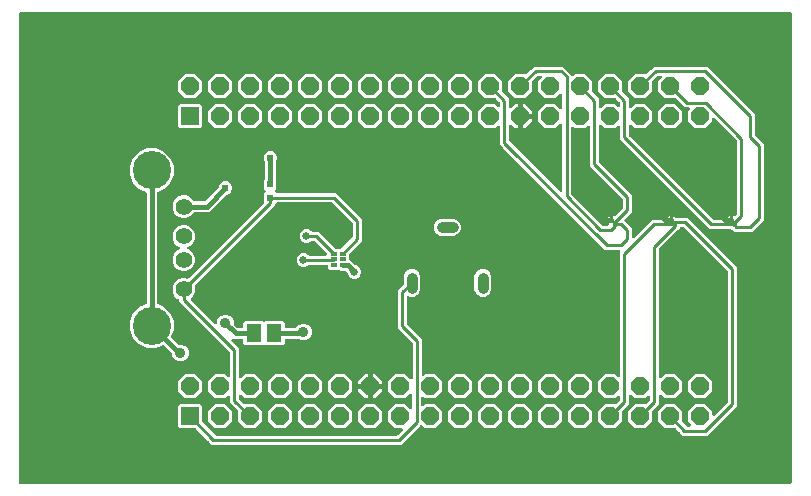
<source format=gbr>
G04 EAGLE Gerber RS-274X export*
G75*
%MOMM*%
%FSLAX34Y34*%
%LPD*%
%INTop Copper*%
%IPPOS*%
%AMOC8*
5,1,8,0,0,1.08239X$1,22.5*%
G01*
%ADD10R,1.524000X1.524000*%
%ADD11P,1.649562X8X22.500000*%
%ADD12R,0.304800X0.152400*%
%ADD13R,0.406400X0.152400*%
%ADD14R,0.152400X0.152400*%
%ADD15C,0.904800*%
%ADD16R,1.300000X1.500000*%
%ADD17R,0.520000X0.300000*%
%ADD18R,0.490000X0.300000*%
%ADD19C,1.400000*%
%ADD20C,3.220000*%
%ADD21R,0.508000X0.609600*%
%ADD22C,0.381000*%
%ADD23C,0.609600*%
%ADD24C,0.654800*%
%ADD25C,0.914400*%
%ADD26C,0.254000*%

G36*
X655946Y3318D02*
X655946Y3318D01*
X656065Y3325D01*
X656103Y3338D01*
X656144Y3343D01*
X656254Y3386D01*
X656367Y3423D01*
X656402Y3445D01*
X656439Y3460D01*
X656535Y3529D01*
X656636Y3593D01*
X656664Y3623D01*
X656697Y3646D01*
X656773Y3738D01*
X656854Y3825D01*
X656874Y3860D01*
X656899Y3891D01*
X656950Y3999D01*
X657008Y4103D01*
X657018Y4143D01*
X657035Y4179D01*
X657057Y4296D01*
X657087Y4411D01*
X657091Y4471D01*
X657095Y4491D01*
X657093Y4512D01*
X657097Y4572D01*
X657097Y401828D01*
X657082Y401946D01*
X657075Y402065D01*
X657062Y402103D01*
X657057Y402144D01*
X657014Y402254D01*
X656977Y402367D01*
X656955Y402402D01*
X656940Y402439D01*
X656871Y402535D01*
X656807Y402636D01*
X656777Y402664D01*
X656754Y402697D01*
X656662Y402773D01*
X656575Y402854D01*
X656540Y402874D01*
X656509Y402899D01*
X656401Y402950D01*
X656297Y403008D01*
X656257Y403018D01*
X656221Y403035D01*
X656104Y403057D01*
X655989Y403087D01*
X655929Y403091D01*
X655909Y403095D01*
X655888Y403093D01*
X655828Y403097D01*
X4572Y403097D01*
X4454Y403082D01*
X4335Y403075D01*
X4297Y403062D01*
X4256Y403057D01*
X4146Y403014D01*
X4033Y402977D01*
X3998Y402955D01*
X3961Y402940D01*
X3865Y402871D01*
X3764Y402807D01*
X3736Y402777D01*
X3703Y402754D01*
X3627Y402662D01*
X3546Y402575D01*
X3526Y402540D01*
X3501Y402509D01*
X3450Y402401D01*
X3392Y402297D01*
X3382Y402257D01*
X3365Y402221D01*
X3343Y402104D01*
X3313Y401989D01*
X3309Y401929D01*
X3305Y401909D01*
X3307Y401888D01*
X3303Y401828D01*
X3303Y4572D01*
X3318Y4454D01*
X3325Y4335D01*
X3338Y4297D01*
X3343Y4256D01*
X3386Y4146D01*
X3423Y4033D01*
X3445Y3998D01*
X3460Y3961D01*
X3529Y3865D01*
X3593Y3764D01*
X3623Y3736D01*
X3646Y3703D01*
X3738Y3627D01*
X3825Y3546D01*
X3860Y3526D01*
X3891Y3501D01*
X3999Y3450D01*
X4103Y3392D01*
X4143Y3382D01*
X4179Y3365D01*
X4296Y3343D01*
X4411Y3313D01*
X4471Y3309D01*
X4491Y3305D01*
X4512Y3307D01*
X4572Y3303D01*
X655828Y3303D01*
X655946Y3318D01*
G37*
%LPC*%
G36*
X564842Y44449D02*
X564842Y44449D01*
X562596Y46695D01*
X562594Y46773D01*
X562577Y46831D01*
X562569Y46891D01*
X562533Y46983D01*
X562505Y47079D01*
X562475Y47131D01*
X562452Y47187D01*
X562394Y47267D01*
X562344Y47352D01*
X562278Y47428D01*
X562266Y47444D01*
X562256Y47452D01*
X562238Y47473D01*
X559543Y50168D01*
X559465Y50228D01*
X559393Y50296D01*
X559340Y50325D01*
X559292Y50362D01*
X559201Y50402D01*
X559114Y50450D01*
X559056Y50465D01*
X559000Y50489D01*
X558902Y50504D01*
X558806Y50529D01*
X558706Y50535D01*
X558686Y50539D01*
X558674Y50537D01*
X558646Y50539D01*
X550191Y50539D01*
X544239Y56491D01*
X544239Y64909D01*
X550191Y70861D01*
X558609Y70861D01*
X564561Y64909D01*
X564561Y56454D01*
X564573Y56356D01*
X564576Y56257D01*
X564593Y56199D01*
X564601Y56139D01*
X564637Y56047D01*
X564665Y55951D01*
X564695Y55899D01*
X564718Y55843D01*
X564776Y55763D01*
X564826Y55678D01*
X564892Y55602D01*
X564904Y55586D01*
X564914Y55578D01*
X564932Y55557D01*
X568047Y52442D01*
X568125Y52382D01*
X568197Y52314D01*
X568250Y52285D01*
X568298Y52248D01*
X568389Y52208D01*
X568476Y52160D01*
X568534Y52145D01*
X568590Y52121D01*
X568688Y52106D01*
X568784Y52081D01*
X568884Y52075D01*
X568904Y52071D01*
X568916Y52073D01*
X568944Y52071D01*
X570996Y52071D01*
X571133Y52088D01*
X571272Y52101D01*
X571291Y52108D01*
X571311Y52111D01*
X571440Y52162D01*
X571571Y52209D01*
X571588Y52220D01*
X571607Y52228D01*
X571719Y52309D01*
X571834Y52387D01*
X571848Y52403D01*
X571864Y52414D01*
X571953Y52522D01*
X572045Y52626D01*
X572054Y52644D01*
X572067Y52659D01*
X572126Y52785D01*
X572189Y52909D01*
X572194Y52929D01*
X572203Y52947D01*
X572229Y53083D01*
X572259Y53219D01*
X572258Y53240D01*
X572262Y53259D01*
X572254Y53398D01*
X572249Y53537D01*
X572244Y53557D01*
X572243Y53577D01*
X572200Y53709D01*
X572161Y53843D01*
X572151Y53860D01*
X572145Y53879D01*
X572070Y53997D01*
X571999Y54117D01*
X571981Y54138D01*
X571974Y54148D01*
X571959Y54162D01*
X571893Y54237D01*
X569639Y56491D01*
X569639Y64909D01*
X575591Y70861D01*
X584009Y70861D01*
X589961Y64909D01*
X589961Y62474D01*
X589978Y62337D01*
X589991Y62198D01*
X589998Y62179D01*
X590001Y62159D01*
X590052Y62030D01*
X590099Y61899D01*
X590110Y61882D01*
X590118Y61863D01*
X590199Y61751D01*
X590277Y61635D01*
X590293Y61622D01*
X590304Y61606D01*
X590412Y61517D01*
X590516Y61425D01*
X590534Y61416D01*
X590549Y61403D01*
X590675Y61344D01*
X590799Y61280D01*
X590819Y61276D01*
X590837Y61267D01*
X590973Y61241D01*
X591109Y61211D01*
X591130Y61211D01*
X591149Y61207D01*
X591288Y61216D01*
X591427Y61220D01*
X591447Y61226D01*
X591467Y61227D01*
X591599Y61270D01*
X591733Y61309D01*
X591750Y61319D01*
X591769Y61325D01*
X591887Y61400D01*
X592007Y61470D01*
X592028Y61489D01*
X592038Y61495D01*
X592052Y61510D01*
X592127Y61577D01*
X602878Y72327D01*
X602938Y72405D01*
X603006Y72477D01*
X603035Y72530D01*
X603072Y72578D01*
X603112Y72669D01*
X603160Y72756D01*
X603175Y72814D01*
X603199Y72870D01*
X603214Y72968D01*
X603239Y73064D01*
X603245Y73164D01*
X603249Y73184D01*
X603247Y73196D01*
X603249Y73224D01*
X603249Y183316D01*
X603237Y183414D01*
X603234Y183513D01*
X603217Y183571D01*
X603209Y183631D01*
X603173Y183723D01*
X603145Y183819D01*
X603115Y183871D01*
X603092Y183927D01*
X603034Y184007D01*
X602984Y184092D01*
X602918Y184168D01*
X602906Y184184D01*
X602896Y184192D01*
X602878Y184213D01*
X566053Y221038D01*
X565975Y221098D01*
X565903Y221166D01*
X565850Y221195D01*
X565802Y221232D01*
X565711Y221272D01*
X565624Y221320D01*
X565566Y221335D01*
X565510Y221359D01*
X565412Y221374D01*
X565316Y221399D01*
X565216Y221405D01*
X565196Y221409D01*
X565184Y221407D01*
X565156Y221409D01*
X564134Y221409D01*
X564016Y221394D01*
X563897Y221387D01*
X563859Y221374D01*
X563818Y221369D01*
X563708Y221326D01*
X563595Y221289D01*
X563560Y221267D01*
X563523Y221252D01*
X563427Y221183D01*
X563326Y221119D01*
X563298Y221089D01*
X563265Y221066D01*
X563189Y220974D01*
X563108Y220887D01*
X563088Y220852D01*
X563063Y220821D01*
X563012Y220713D01*
X562954Y220609D01*
X562944Y220569D01*
X562927Y220533D01*
X562905Y220416D01*
X562875Y220301D01*
X562871Y220241D01*
X562867Y220221D01*
X562869Y220200D01*
X562865Y220140D01*
X562865Y220006D01*
X561371Y218512D01*
X561314Y218505D01*
X561215Y218502D01*
X561157Y218485D01*
X561097Y218477D01*
X561005Y218441D01*
X560909Y218413D01*
X560857Y218383D01*
X560801Y218360D01*
X560721Y218302D01*
X560636Y218252D01*
X560560Y218186D01*
X560544Y218174D01*
X560536Y218164D01*
X560515Y218146D01*
X545202Y202833D01*
X545142Y202755D01*
X545074Y202683D01*
X545045Y202630D01*
X545008Y202582D01*
X544968Y202491D01*
X544920Y202404D01*
X544905Y202346D01*
X544881Y202290D01*
X544866Y202192D01*
X544841Y202097D01*
X544835Y201996D01*
X544831Y201976D01*
X544833Y201964D01*
X544831Y201936D01*
X544831Y93964D01*
X544848Y93827D01*
X544861Y93688D01*
X544868Y93669D01*
X544871Y93649D01*
X544922Y93520D01*
X544969Y93389D01*
X544980Y93372D01*
X544988Y93353D01*
X545069Y93241D01*
X545147Y93126D01*
X545163Y93112D01*
X545174Y93096D01*
X545282Y93007D01*
X545386Y92915D01*
X545404Y92906D01*
X545419Y92893D01*
X545545Y92834D01*
X545669Y92771D01*
X545689Y92766D01*
X545707Y92757D01*
X545843Y92731D01*
X545979Y92701D01*
X546000Y92702D01*
X546019Y92698D01*
X546158Y92706D01*
X546297Y92711D01*
X546317Y92716D01*
X546337Y92717D01*
X546469Y92760D01*
X546603Y92799D01*
X546620Y92809D01*
X546639Y92815D01*
X546757Y92890D01*
X546877Y92961D01*
X546898Y92979D01*
X546908Y92986D01*
X546922Y93001D01*
X546997Y93067D01*
X550191Y96261D01*
X558609Y96261D01*
X564561Y90309D01*
X564561Y81891D01*
X558609Y75939D01*
X550191Y75939D01*
X546997Y79133D01*
X546902Y79207D01*
X546894Y79215D01*
X546888Y79218D01*
X546781Y79307D01*
X546762Y79316D01*
X546746Y79328D01*
X546618Y79383D01*
X546493Y79443D01*
X546473Y79446D01*
X546454Y79454D01*
X546316Y79476D01*
X546180Y79502D01*
X546160Y79501D01*
X546140Y79504D01*
X546001Y79491D01*
X545863Y79483D01*
X545844Y79476D01*
X545824Y79474D01*
X545692Y79427D01*
X545561Y79385D01*
X545543Y79374D01*
X545524Y79367D01*
X545409Y79289D01*
X545292Y79214D01*
X545278Y79200D01*
X545261Y79188D01*
X545169Y79084D01*
X545074Y78983D01*
X545064Y78965D01*
X545051Y78950D01*
X544987Y78826D01*
X544920Y78704D01*
X544915Y78685D01*
X544906Y78667D01*
X544876Y78531D01*
X544841Y78396D01*
X544839Y78368D01*
X544836Y78356D01*
X544837Y78336D01*
X544831Y78236D01*
X544831Y71142D01*
X539532Y65843D01*
X539472Y65765D01*
X539404Y65693D01*
X539375Y65640D01*
X539338Y65592D01*
X539298Y65501D01*
X539250Y65414D01*
X539235Y65356D01*
X539211Y65300D01*
X539196Y65202D01*
X539171Y65106D01*
X539165Y65006D01*
X539161Y64986D01*
X539163Y64974D01*
X539161Y64946D01*
X539161Y56491D01*
X533209Y50539D01*
X524791Y50539D01*
X518839Y56491D01*
X518839Y64909D01*
X524791Y70861D01*
X533246Y70861D01*
X533344Y70873D01*
X533443Y70876D01*
X533501Y70893D01*
X533561Y70901D01*
X533653Y70937D01*
X533749Y70965D01*
X533801Y70995D01*
X533857Y71018D01*
X533937Y71076D01*
X534022Y71126D01*
X534098Y71192D01*
X534114Y71204D01*
X534122Y71214D01*
X534143Y71232D01*
X536838Y73927D01*
X536898Y74005D01*
X536966Y74077D01*
X536995Y74130D01*
X537032Y74178D01*
X537072Y74269D01*
X537120Y74356D01*
X537135Y74414D01*
X537159Y74470D01*
X537174Y74568D01*
X537199Y74664D01*
X537205Y74764D01*
X537209Y74784D01*
X537207Y74796D01*
X537209Y74824D01*
X537209Y76876D01*
X537192Y77013D01*
X537179Y77152D01*
X537172Y77171D01*
X537169Y77191D01*
X537118Y77320D01*
X537071Y77451D01*
X537060Y77468D01*
X537052Y77487D01*
X536971Y77599D01*
X536893Y77714D01*
X536877Y77728D01*
X536866Y77744D01*
X536758Y77833D01*
X536654Y77925D01*
X536636Y77934D01*
X536621Y77947D01*
X536495Y78006D01*
X536371Y78069D01*
X536351Y78074D01*
X536333Y78083D01*
X536197Y78109D01*
X536061Y78139D01*
X536040Y78138D01*
X536021Y78142D01*
X535882Y78134D01*
X535743Y78129D01*
X535723Y78124D01*
X535703Y78123D01*
X535571Y78080D01*
X535437Y78041D01*
X535420Y78031D01*
X535401Y78025D01*
X535283Y77950D01*
X535163Y77879D01*
X535142Y77861D01*
X535132Y77854D01*
X535118Y77839D01*
X535043Y77773D01*
X533209Y75939D01*
X524791Y75939D01*
X521597Y79133D01*
X521502Y79207D01*
X521494Y79215D01*
X521488Y79218D01*
X521381Y79307D01*
X521362Y79316D01*
X521346Y79328D01*
X521218Y79383D01*
X521093Y79443D01*
X521073Y79446D01*
X521054Y79454D01*
X520916Y79476D01*
X520780Y79502D01*
X520760Y79501D01*
X520740Y79504D01*
X520601Y79491D01*
X520463Y79483D01*
X520444Y79476D01*
X520424Y79474D01*
X520292Y79427D01*
X520161Y79385D01*
X520143Y79374D01*
X520124Y79367D01*
X520009Y79289D01*
X519892Y79214D01*
X519878Y79200D01*
X519861Y79188D01*
X519769Y79084D01*
X519674Y78983D01*
X519664Y78965D01*
X519651Y78950D01*
X519587Y78826D01*
X519520Y78704D01*
X519515Y78685D01*
X519506Y78667D01*
X519476Y78531D01*
X519441Y78396D01*
X519439Y78368D01*
X519436Y78356D01*
X519437Y78336D01*
X519431Y78236D01*
X519431Y71142D01*
X516827Y68538D01*
X514132Y65843D01*
X514072Y65765D01*
X514004Y65693D01*
X513975Y65640D01*
X513938Y65592D01*
X513898Y65501D01*
X513850Y65414D01*
X513835Y65356D01*
X513811Y65300D01*
X513796Y65202D01*
X513771Y65107D01*
X513765Y65006D01*
X513761Y64986D01*
X513763Y64974D01*
X513761Y64946D01*
X513761Y56491D01*
X507809Y50539D01*
X499391Y50539D01*
X493439Y56491D01*
X493439Y64909D01*
X499391Y70861D01*
X507846Y70861D01*
X507944Y70873D01*
X508043Y70876D01*
X508101Y70893D01*
X508161Y70901D01*
X508253Y70937D01*
X508349Y70965D01*
X508401Y70995D01*
X508457Y71018D01*
X508537Y71076D01*
X508622Y71126D01*
X508698Y71192D01*
X508714Y71204D01*
X508722Y71214D01*
X508743Y71232D01*
X511438Y73927D01*
X511498Y74005D01*
X511566Y74077D01*
X511595Y74130D01*
X511632Y74178D01*
X511672Y74269D01*
X511720Y74356D01*
X511735Y74414D01*
X511759Y74470D01*
X511774Y74568D01*
X511799Y74664D01*
X511805Y74764D01*
X511809Y74784D01*
X511807Y74796D01*
X511809Y74824D01*
X511809Y76876D01*
X511792Y77013D01*
X511779Y77152D01*
X511772Y77171D01*
X511769Y77191D01*
X511718Y77320D01*
X511671Y77451D01*
X511660Y77468D01*
X511652Y77487D01*
X511571Y77599D01*
X511493Y77714D01*
X511477Y77728D01*
X511466Y77744D01*
X511358Y77833D01*
X511254Y77925D01*
X511236Y77934D01*
X511221Y77947D01*
X511095Y78006D01*
X510971Y78069D01*
X510951Y78074D01*
X510933Y78083D01*
X510797Y78109D01*
X510661Y78139D01*
X510640Y78138D01*
X510621Y78142D01*
X510482Y78134D01*
X510343Y78129D01*
X510323Y78124D01*
X510303Y78123D01*
X510171Y78080D01*
X510037Y78041D01*
X510020Y78031D01*
X510001Y78025D01*
X509883Y77950D01*
X509763Y77879D01*
X509742Y77861D01*
X509732Y77854D01*
X509718Y77839D01*
X509643Y77773D01*
X507809Y75939D01*
X499391Y75939D01*
X493439Y81891D01*
X493439Y90309D01*
X499391Y96261D01*
X507809Y96261D01*
X509643Y94427D01*
X509752Y94342D01*
X509859Y94253D01*
X509878Y94244D01*
X509894Y94232D01*
X510022Y94177D01*
X510147Y94117D01*
X510167Y94114D01*
X510186Y94106D01*
X510324Y94084D01*
X510460Y94058D01*
X510480Y94059D01*
X510500Y94056D01*
X510639Y94069D01*
X510777Y94077D01*
X510796Y94084D01*
X510816Y94086D01*
X510948Y94133D01*
X511079Y94175D01*
X511097Y94186D01*
X511116Y94193D01*
X511231Y94271D01*
X511348Y94346D01*
X511362Y94360D01*
X511379Y94372D01*
X511471Y94476D01*
X511566Y94577D01*
X511576Y94595D01*
X511589Y94610D01*
X511653Y94734D01*
X511720Y94856D01*
X511725Y94875D01*
X511734Y94893D01*
X511764Y95029D01*
X511799Y95164D01*
X511801Y95192D01*
X511804Y95204D01*
X511803Y95224D01*
X511809Y95324D01*
X511809Y199698D01*
X511873Y199762D01*
X511959Y199872D01*
X512047Y199979D01*
X512056Y199998D01*
X512068Y200014D01*
X512124Y200141D01*
X512183Y200267D01*
X512187Y200287D01*
X512195Y200306D01*
X512216Y200443D01*
X512243Y200580D01*
X512241Y200600D01*
X512244Y200620D01*
X512231Y200759D01*
X512223Y200897D01*
X512217Y200916D01*
X512215Y200936D01*
X512167Y201068D01*
X512125Y201199D01*
X512114Y201216D01*
X512107Y201236D01*
X512029Y201351D01*
X511955Y201468D01*
X511940Y201482D01*
X511929Y201499D01*
X511824Y201591D01*
X511723Y201686D01*
X511705Y201696D01*
X511690Y201709D01*
X511566Y201773D01*
X511444Y201840D01*
X511425Y201845D01*
X511407Y201854D01*
X511271Y201884D01*
X511137Y201919D01*
X511109Y201921D01*
X511097Y201924D01*
X511076Y201923D01*
X510976Y201929D01*
X499237Y201929D01*
X412813Y288353D01*
X410209Y290957D01*
X410209Y305476D01*
X410192Y305613D01*
X410179Y305752D01*
X410172Y305771D01*
X410169Y305791D01*
X410118Y305920D01*
X410071Y306051D01*
X410060Y306068D01*
X410052Y306087D01*
X409971Y306199D01*
X409893Y306314D01*
X409877Y306328D01*
X409866Y306344D01*
X409758Y306433D01*
X409654Y306525D01*
X409636Y306534D01*
X409621Y306547D01*
X409495Y306606D01*
X409371Y306669D01*
X409351Y306674D01*
X409333Y306683D01*
X409197Y306709D01*
X409061Y306739D01*
X409040Y306738D01*
X409021Y306742D01*
X408882Y306734D01*
X408743Y306729D01*
X408723Y306724D01*
X408703Y306723D01*
X408571Y306680D01*
X408437Y306641D01*
X408420Y306631D01*
X408401Y306625D01*
X408283Y306550D01*
X408163Y306479D01*
X408142Y306461D01*
X408132Y306454D01*
X408118Y306439D01*
X408043Y306373D01*
X406209Y304539D01*
X397791Y304539D01*
X391839Y310491D01*
X391839Y318909D01*
X397791Y324861D01*
X406209Y324861D01*
X408043Y323027D01*
X408152Y322942D01*
X408259Y322853D01*
X408278Y322844D01*
X408294Y322832D01*
X408422Y322777D01*
X408547Y322717D01*
X408567Y322714D01*
X408586Y322706D01*
X408724Y322684D01*
X408860Y322658D01*
X408880Y322659D01*
X408900Y322656D01*
X409039Y322669D01*
X409177Y322677D01*
X409196Y322684D01*
X409216Y322686D01*
X409348Y322733D01*
X409479Y322775D01*
X409497Y322786D01*
X409516Y322793D01*
X409631Y322871D01*
X409748Y322946D01*
X409762Y322960D01*
X409779Y322972D01*
X409871Y323076D01*
X409966Y323177D01*
X409976Y323195D01*
X409989Y323210D01*
X410053Y323334D01*
X410120Y323456D01*
X410125Y323475D01*
X410134Y323493D01*
X410164Y323629D01*
X410199Y323764D01*
X410201Y323792D01*
X410204Y323804D01*
X410203Y323824D01*
X410209Y323924D01*
X410209Y325976D01*
X410197Y326074D01*
X410194Y326173D01*
X410177Y326231D01*
X410169Y326291D01*
X410133Y326383D01*
X410105Y326479D01*
X410075Y326531D01*
X410052Y326587D01*
X409994Y326667D01*
X409944Y326752D01*
X409878Y326828D01*
X409866Y326844D01*
X409856Y326852D01*
X409838Y326873D01*
X407143Y329568D01*
X407065Y329628D01*
X406993Y329696D01*
X406940Y329725D01*
X406892Y329762D01*
X406801Y329802D01*
X406714Y329850D01*
X406656Y329865D01*
X406600Y329889D01*
X406502Y329904D01*
X406406Y329929D01*
X406306Y329935D01*
X406286Y329939D01*
X406274Y329937D01*
X406246Y329939D01*
X397791Y329939D01*
X391839Y335891D01*
X391839Y344309D01*
X397791Y350261D01*
X406209Y350261D01*
X412161Y344309D01*
X412161Y335854D01*
X412173Y335756D01*
X412176Y335657D01*
X412193Y335599D01*
X412201Y335539D01*
X412237Y335447D01*
X412265Y335351D01*
X412287Y335314D01*
X412289Y335307D01*
X412298Y335293D01*
X412318Y335243D01*
X412376Y335163D01*
X412426Y335078D01*
X412455Y335045D01*
X412459Y335038D01*
X412469Y335029D01*
X412492Y335002D01*
X412504Y334986D01*
X412514Y334978D01*
X412532Y334957D01*
X417831Y329658D01*
X417831Y322564D01*
X417848Y322427D01*
X417861Y322288D01*
X417868Y322269D01*
X417871Y322249D01*
X417922Y322120D01*
X417969Y321989D01*
X417980Y321972D01*
X417988Y321953D01*
X418069Y321841D01*
X418147Y321726D01*
X418163Y321712D01*
X418174Y321696D01*
X418282Y321607D01*
X418386Y321515D01*
X418404Y321506D01*
X418419Y321493D01*
X418545Y321434D01*
X418669Y321371D01*
X418689Y321366D01*
X418707Y321357D01*
X418843Y321331D01*
X418979Y321301D01*
X419000Y321302D01*
X419019Y321298D01*
X419158Y321306D01*
X419297Y321311D01*
X419317Y321316D01*
X419337Y321317D01*
X419469Y321360D01*
X419603Y321399D01*
X419620Y321409D01*
X419639Y321415D01*
X419757Y321490D01*
X419877Y321561D01*
X419898Y321579D01*
X419908Y321586D01*
X419922Y321601D01*
X419997Y321667D01*
X423191Y324861D01*
X425178Y324861D01*
X425178Y315653D01*
X425193Y315534D01*
X425201Y315416D01*
X425213Y315377D01*
X425218Y315337D01*
X425262Y315226D01*
X425299Y315113D01*
X425320Y315079D01*
X425335Y315041D01*
X425405Y314945D01*
X425469Y314845D01*
X425498Y314817D01*
X425522Y314784D01*
X425614Y314708D01*
X425618Y314704D01*
X425612Y314697D01*
X425579Y314673D01*
X425503Y314581D01*
X425421Y314494D01*
X425402Y314459D01*
X425376Y314428D01*
X425325Y314320D01*
X425268Y314216D01*
X425258Y314177D01*
X425241Y314140D01*
X425218Y314023D01*
X425188Y313908D01*
X425185Y313848D01*
X425181Y313828D01*
X425182Y313807D01*
X425178Y313747D01*
X425178Y304539D01*
X423191Y304539D01*
X419997Y307733D01*
X419888Y307818D01*
X419781Y307907D01*
X419762Y307916D01*
X419746Y307928D01*
X419618Y307983D01*
X419493Y308043D01*
X419473Y308046D01*
X419454Y308054D01*
X419316Y308076D01*
X419180Y308102D01*
X419160Y308101D01*
X419140Y308104D01*
X419001Y308091D01*
X418863Y308083D01*
X418844Y308076D01*
X418824Y308074D01*
X418692Y308027D01*
X418561Y307985D01*
X418543Y307974D01*
X418524Y307967D01*
X418409Y307889D01*
X418292Y307814D01*
X418278Y307800D01*
X418261Y307788D01*
X418169Y307684D01*
X418074Y307583D01*
X418064Y307565D01*
X418051Y307550D01*
X417987Y307426D01*
X417920Y307304D01*
X417915Y307285D01*
X417906Y307267D01*
X417876Y307131D01*
X417841Y306996D01*
X417839Y306968D01*
X417836Y306956D01*
X417837Y306936D01*
X417831Y306836D01*
X417831Y294640D01*
X417843Y294542D01*
X417846Y294443D01*
X417863Y294384D01*
X417871Y294324D01*
X417907Y294232D01*
X417935Y294137D01*
X417965Y294085D01*
X417988Y294029D01*
X418046Y293949D01*
X418096Y293863D01*
X418162Y293788D01*
X418174Y293771D01*
X418184Y293764D01*
X418202Y293742D01*
X460793Y251152D01*
X460880Y251084D01*
X460917Y251050D01*
X460936Y251039D01*
X461009Y250979D01*
X461028Y250970D01*
X461044Y250957D01*
X461172Y250902D01*
X461297Y250843D01*
X461317Y250839D01*
X461336Y250831D01*
X461474Y250809D01*
X461610Y250783D01*
X461630Y250784D01*
X461650Y250781D01*
X461789Y250794D01*
X461927Y250803D01*
X461946Y250809D01*
X461966Y250811D01*
X462098Y250858D01*
X462229Y250901D01*
X462247Y250912D01*
X462266Y250919D01*
X462381Y250997D01*
X462498Y251071D01*
X462512Y251086D01*
X462529Y251097D01*
X462621Y251201D01*
X462716Y251303D01*
X462726Y251321D01*
X462739Y251336D01*
X462803Y251460D01*
X462870Y251581D01*
X462875Y251601D01*
X462884Y251619D01*
X462914Y251755D01*
X462949Y251889D01*
X462951Y251917D01*
X462954Y251929D01*
X462953Y251950D01*
X462955Y251988D01*
X462957Y251995D01*
X462956Y252002D01*
X462959Y252050D01*
X462959Y307426D01*
X462942Y307563D01*
X462929Y307702D01*
X462922Y307721D01*
X462919Y307741D01*
X462868Y307870D01*
X462821Y308001D01*
X462810Y308018D01*
X462802Y308037D01*
X462721Y308149D01*
X462643Y308264D01*
X462627Y308278D01*
X462616Y308294D01*
X462508Y308383D01*
X462404Y308475D01*
X462386Y308484D01*
X462371Y308497D01*
X462245Y308556D01*
X462121Y308619D01*
X462101Y308624D01*
X462083Y308633D01*
X461947Y308659D01*
X461811Y308689D01*
X461790Y308688D01*
X461771Y308692D01*
X461632Y308684D01*
X461493Y308679D01*
X461473Y308674D01*
X461453Y308673D01*
X461321Y308630D01*
X461187Y308591D01*
X461170Y308581D01*
X461151Y308575D01*
X461033Y308500D01*
X460913Y308429D01*
X460892Y308411D01*
X460882Y308404D01*
X460868Y308389D01*
X460793Y308323D01*
X457009Y304539D01*
X448591Y304539D01*
X442639Y310491D01*
X442639Y318909D01*
X448591Y324861D01*
X457009Y324861D01*
X460793Y321077D01*
X460902Y320992D01*
X461009Y320903D01*
X461028Y320894D01*
X461044Y320882D01*
X461172Y320827D01*
X461297Y320767D01*
X461317Y320764D01*
X461336Y320756D01*
X461474Y320734D01*
X461610Y320708D01*
X461630Y320709D01*
X461650Y320706D01*
X461789Y320719D01*
X461927Y320727D01*
X461946Y320734D01*
X461966Y320736D01*
X462098Y320783D01*
X462229Y320825D01*
X462247Y320836D01*
X462266Y320843D01*
X462381Y320921D01*
X462498Y320996D01*
X462512Y321010D01*
X462529Y321022D01*
X462621Y321126D01*
X462716Y321227D01*
X462726Y321245D01*
X462739Y321260D01*
X462803Y321384D01*
X462870Y321506D01*
X462875Y321525D01*
X462884Y321543D01*
X462914Y321679D01*
X462949Y321814D01*
X462951Y321842D01*
X462954Y321854D01*
X462953Y321874D01*
X462959Y321974D01*
X462959Y332826D01*
X462942Y332963D01*
X462929Y333102D01*
X462922Y333121D01*
X462919Y333141D01*
X462868Y333270D01*
X462821Y333401D01*
X462810Y333418D01*
X462802Y333437D01*
X462721Y333549D01*
X462643Y333664D01*
X462627Y333678D01*
X462616Y333694D01*
X462508Y333783D01*
X462404Y333875D01*
X462386Y333884D01*
X462371Y333897D01*
X462245Y333956D01*
X462121Y334019D01*
X462101Y334024D01*
X462083Y334033D01*
X461947Y334059D01*
X461811Y334089D01*
X461790Y334088D01*
X461771Y334092D01*
X461632Y334084D01*
X461493Y334079D01*
X461473Y334074D01*
X461453Y334073D01*
X461321Y334030D01*
X461187Y333991D01*
X461170Y333981D01*
X461151Y333975D01*
X461033Y333900D01*
X460913Y333829D01*
X460892Y333811D01*
X460882Y333804D01*
X460868Y333789D01*
X460793Y333723D01*
X457009Y329939D01*
X448591Y329939D01*
X442639Y335891D01*
X442639Y344309D01*
X445413Y347083D01*
X445498Y347192D01*
X445587Y347299D01*
X445596Y347318D01*
X445608Y347334D01*
X445663Y347462D01*
X445723Y347587D01*
X445726Y347607D01*
X445734Y347626D01*
X445756Y347764D01*
X445782Y347900D01*
X445781Y347920D01*
X445784Y347940D01*
X445771Y348079D01*
X445763Y348217D01*
X445756Y348236D01*
X445754Y348256D01*
X445707Y348388D01*
X445665Y348519D01*
X445654Y348537D01*
X445647Y348556D01*
X445569Y348671D01*
X445494Y348788D01*
X445480Y348802D01*
X445468Y348819D01*
X445364Y348911D01*
X445263Y349006D01*
X445245Y349016D01*
X445230Y349029D01*
X445106Y349093D01*
X444984Y349160D01*
X444965Y349165D01*
X444947Y349174D01*
X444811Y349204D01*
X444676Y349239D01*
X444648Y349241D01*
X444636Y349244D01*
X444616Y349243D01*
X444516Y349249D01*
X442464Y349249D01*
X442366Y349237D01*
X442267Y349234D01*
X442209Y349217D01*
X442149Y349209D01*
X442057Y349173D01*
X441961Y349145D01*
X441909Y349115D01*
X441853Y349092D01*
X441773Y349034D01*
X441688Y348984D01*
X441612Y348918D01*
X441596Y348906D01*
X441588Y348896D01*
X441567Y348878D01*
X437932Y345243D01*
X437872Y345165D01*
X437804Y345093D01*
X437775Y345040D01*
X437738Y344992D01*
X437698Y344901D01*
X437650Y344814D01*
X437635Y344756D01*
X437611Y344700D01*
X437596Y344602D01*
X437571Y344507D01*
X437565Y344406D01*
X437561Y344386D01*
X437563Y344374D01*
X437561Y344346D01*
X437561Y335891D01*
X431609Y329939D01*
X423191Y329939D01*
X417239Y335891D01*
X417239Y344309D01*
X423191Y350261D01*
X431646Y350261D01*
X431744Y350273D01*
X431843Y350276D01*
X431901Y350293D01*
X431961Y350301D01*
X432053Y350337D01*
X432149Y350365D01*
X432201Y350395D01*
X432257Y350418D01*
X432337Y350476D01*
X432422Y350526D01*
X432498Y350592D01*
X432514Y350604D01*
X432522Y350614D01*
X432543Y350632D01*
X436178Y354267D01*
X438782Y356871D01*
X463858Y356871D01*
X470581Y350148D01*
X470581Y349914D01*
X470598Y349776D01*
X470611Y349638D01*
X470618Y349619D01*
X470621Y349599D01*
X470672Y349470D01*
X470719Y349339D01*
X470730Y349322D01*
X470738Y349303D01*
X470819Y349191D01*
X470897Y349076D01*
X470913Y349062D01*
X470924Y349046D01*
X471032Y348957D01*
X471136Y348865D01*
X471154Y348856D01*
X471169Y348843D01*
X471295Y348784D01*
X471419Y348721D01*
X471439Y348716D01*
X471457Y348707D01*
X471594Y348681D01*
X471729Y348651D01*
X471750Y348652D01*
X471769Y348648D01*
X471908Y348656D01*
X472047Y348661D01*
X472067Y348666D01*
X472087Y348667D01*
X472219Y348710D01*
X472353Y348749D01*
X472370Y348759D01*
X472389Y348765D01*
X472507Y348840D01*
X472627Y348911D01*
X472648Y348929D01*
X472658Y348936D01*
X472672Y348951D01*
X472747Y349017D01*
X473991Y350261D01*
X482409Y350261D01*
X488361Y344309D01*
X488361Y335854D01*
X488373Y335756D01*
X488376Y335657D01*
X488393Y335599D01*
X488401Y335539D01*
X488437Y335447D01*
X488465Y335351D01*
X488487Y335314D01*
X488489Y335307D01*
X488498Y335293D01*
X488518Y335243D01*
X488576Y335163D01*
X488626Y335078D01*
X488655Y335045D01*
X488659Y335038D01*
X488669Y335029D01*
X488692Y335002D01*
X488704Y334986D01*
X488714Y334978D01*
X488732Y334957D01*
X494031Y329658D01*
X494031Y322564D01*
X494048Y322427D01*
X494061Y322288D01*
X494068Y322269D01*
X494071Y322249D01*
X494122Y322120D01*
X494169Y321989D01*
X494180Y321972D01*
X494188Y321953D01*
X494269Y321841D01*
X494347Y321726D01*
X494363Y321712D01*
X494374Y321696D01*
X494482Y321607D01*
X494586Y321515D01*
X494604Y321506D01*
X494619Y321493D01*
X494745Y321434D01*
X494869Y321371D01*
X494889Y321366D01*
X494907Y321357D01*
X495043Y321331D01*
X495179Y321301D01*
X495200Y321302D01*
X495219Y321298D01*
X495358Y321306D01*
X495497Y321311D01*
X495517Y321316D01*
X495537Y321317D01*
X495669Y321360D01*
X495803Y321399D01*
X495820Y321409D01*
X495839Y321415D01*
X495957Y321490D01*
X496077Y321561D01*
X496098Y321579D01*
X496108Y321586D01*
X496122Y321601D01*
X496197Y321667D01*
X499391Y324861D01*
X507809Y324861D01*
X509643Y323027D01*
X509752Y322942D01*
X509859Y322853D01*
X509878Y322844D01*
X509894Y322832D01*
X510022Y322777D01*
X510147Y322717D01*
X510167Y322714D01*
X510186Y322706D01*
X510324Y322684D01*
X510460Y322658D01*
X510480Y322659D01*
X510500Y322656D01*
X510639Y322669D01*
X510777Y322677D01*
X510796Y322684D01*
X510816Y322686D01*
X510948Y322733D01*
X511079Y322775D01*
X511097Y322786D01*
X511116Y322793D01*
X511231Y322871D01*
X511348Y322946D01*
X511362Y322960D01*
X511379Y322972D01*
X511471Y323076D01*
X511566Y323177D01*
X511576Y323195D01*
X511589Y323210D01*
X511653Y323334D01*
X511720Y323456D01*
X511725Y323475D01*
X511734Y323493D01*
X511764Y323629D01*
X511799Y323764D01*
X511801Y323792D01*
X511804Y323804D01*
X511803Y323824D01*
X511809Y323924D01*
X511809Y325976D01*
X511797Y326074D01*
X511794Y326173D01*
X511777Y326231D01*
X511769Y326291D01*
X511733Y326383D01*
X511705Y326479D01*
X511675Y326531D01*
X511652Y326587D01*
X511594Y326667D01*
X511544Y326752D01*
X511478Y326828D01*
X511466Y326844D01*
X511456Y326852D01*
X511438Y326873D01*
X508743Y329568D01*
X508665Y329628D01*
X508593Y329696D01*
X508540Y329725D01*
X508492Y329762D01*
X508401Y329802D01*
X508314Y329850D01*
X508256Y329865D01*
X508200Y329889D01*
X508102Y329904D01*
X508006Y329929D01*
X507906Y329935D01*
X507886Y329939D01*
X507874Y329937D01*
X507846Y329939D01*
X499391Y329939D01*
X493439Y335891D01*
X493439Y344309D01*
X499391Y350261D01*
X507809Y350261D01*
X513761Y344309D01*
X513761Y335854D01*
X513773Y335756D01*
X513776Y335657D01*
X513793Y335599D01*
X513801Y335539D01*
X513837Y335447D01*
X513865Y335351D01*
X513887Y335314D01*
X513889Y335307D01*
X513898Y335293D01*
X513918Y335243D01*
X513976Y335163D01*
X514026Y335078D01*
X514055Y335045D01*
X514059Y335038D01*
X514069Y335029D01*
X514092Y335002D01*
X514104Y334986D01*
X514114Y334978D01*
X514132Y334957D01*
X519431Y329658D01*
X519431Y322564D01*
X519448Y322427D01*
X519461Y322288D01*
X519468Y322269D01*
X519471Y322249D01*
X519522Y322120D01*
X519569Y321989D01*
X519580Y321972D01*
X519588Y321953D01*
X519669Y321841D01*
X519747Y321726D01*
X519763Y321712D01*
X519774Y321696D01*
X519882Y321607D01*
X519986Y321515D01*
X520004Y321506D01*
X520019Y321493D01*
X520145Y321434D01*
X520269Y321371D01*
X520289Y321366D01*
X520307Y321357D01*
X520443Y321331D01*
X520579Y321301D01*
X520600Y321302D01*
X520619Y321298D01*
X520758Y321306D01*
X520897Y321311D01*
X520917Y321316D01*
X520937Y321317D01*
X521069Y321360D01*
X521203Y321399D01*
X521220Y321409D01*
X521239Y321415D01*
X521357Y321490D01*
X521477Y321561D01*
X521498Y321579D01*
X521508Y321586D01*
X521522Y321601D01*
X521597Y321667D01*
X524791Y324861D01*
X533209Y324861D01*
X539161Y318909D01*
X539161Y310491D01*
X533209Y304539D01*
X524791Y304539D01*
X521597Y307733D01*
X521488Y307818D01*
X521381Y307907D01*
X521362Y307916D01*
X521346Y307928D01*
X521218Y307983D01*
X521093Y308043D01*
X521073Y308046D01*
X521054Y308054D01*
X520916Y308076D01*
X520780Y308102D01*
X520760Y308101D01*
X520740Y308104D01*
X520601Y308091D01*
X520463Y308083D01*
X520444Y308076D01*
X520424Y308074D01*
X520292Y308027D01*
X520161Y307985D01*
X520143Y307974D01*
X520124Y307967D01*
X520009Y307889D01*
X519892Y307814D01*
X519878Y307800D01*
X519861Y307788D01*
X519769Y307684D01*
X519674Y307583D01*
X519664Y307565D01*
X519651Y307550D01*
X519587Y307426D01*
X519520Y307304D01*
X519515Y307285D01*
X519506Y307267D01*
X519476Y307131D01*
X519441Y306996D01*
X519439Y306968D01*
X519436Y306956D01*
X519437Y306936D01*
X519431Y306836D01*
X519431Y299284D01*
X519443Y299186D01*
X519446Y299087D01*
X519463Y299029D01*
X519471Y298969D01*
X519507Y298877D01*
X519535Y298781D01*
X519565Y298729D01*
X519588Y298673D01*
X519646Y298593D01*
X519696Y298508D01*
X519762Y298432D01*
X519774Y298416D01*
X519784Y298408D01*
X519802Y298387D01*
X590487Y227702D01*
X590565Y227642D01*
X590637Y227574D01*
X590690Y227545D01*
X590738Y227508D01*
X590829Y227468D01*
X590916Y227420D01*
X590974Y227405D01*
X591030Y227381D01*
X591128Y227366D01*
X591224Y227341D01*
X591324Y227335D01*
X591344Y227331D01*
X591356Y227333D01*
X591384Y227331D01*
X601486Y227331D01*
X601597Y227345D01*
X601710Y227351D01*
X601755Y227365D01*
X601802Y227371D01*
X601906Y227412D01*
X602013Y227445D01*
X602053Y227470D01*
X602097Y227488D01*
X602188Y227554D01*
X602284Y227613D01*
X602316Y227647D01*
X602355Y227674D01*
X602426Y227761D01*
X602504Y227842D01*
X602527Y227883D01*
X602557Y227919D01*
X602605Y228021D01*
X602661Y228119D01*
X602684Y228188D01*
X602693Y228207D01*
X602696Y228225D01*
X602712Y228271D01*
X602870Y228863D01*
X603205Y229442D01*
X603678Y229915D01*
X604257Y230250D01*
X604731Y230376D01*
X604731Y229294D01*
X604732Y229284D01*
X604731Y229274D01*
X604752Y229126D01*
X604770Y228978D01*
X604774Y228969D01*
X604776Y228959D01*
X604833Y228821D01*
X604887Y228683D01*
X604893Y228675D01*
X604897Y228665D01*
X604987Y228546D01*
X605074Y228425D01*
X605082Y228419D01*
X605088Y228411D01*
X605204Y228318D01*
X605319Y228223D01*
X605328Y228218D01*
X605336Y228212D01*
X605473Y228150D01*
X605607Y228087D01*
X605617Y228085D01*
X605626Y228081D01*
X605774Y228055D01*
X605919Y228027D01*
X605929Y228028D01*
X605939Y228026D01*
X606088Y228038D01*
X606237Y228047D01*
X606246Y228050D01*
X606256Y228051D01*
X606398Y228099D01*
X606539Y228145D01*
X606548Y228150D01*
X606557Y228154D01*
X606682Y228236D01*
X606808Y228315D01*
X606815Y228323D01*
X606823Y228328D01*
X606939Y228440D01*
X606939Y228441D01*
X606979Y228497D01*
X607026Y228547D01*
X607070Y228627D01*
X607122Y228701D01*
X607146Y228765D01*
X607180Y228826D01*
X607202Y228913D01*
X607234Y228998D01*
X607242Y229067D01*
X607259Y229134D01*
X607269Y229294D01*
X607269Y230376D01*
X607743Y230250D01*
X607849Y230188D01*
X607952Y230145D01*
X608052Y230094D01*
X608098Y230083D01*
X608142Y230065D01*
X608253Y230049D01*
X608363Y230024D01*
X608410Y230025D01*
X608456Y230019D01*
X608568Y230030D01*
X608681Y230034D01*
X608726Y230047D01*
X608773Y230052D01*
X608878Y230091D01*
X608986Y230122D01*
X609027Y230146D01*
X609071Y230162D01*
X609163Y230227D01*
X609260Y230284D01*
X609314Y230332D01*
X609332Y230344D01*
X609344Y230358D01*
X609381Y230390D01*
X610498Y231507D01*
X610558Y231585D01*
X610626Y231657D01*
X610655Y231710D01*
X610692Y231758D01*
X610732Y231849D01*
X610780Y231936D01*
X610795Y231994D01*
X610819Y232050D01*
X610834Y232148D01*
X610859Y232244D01*
X610865Y232344D01*
X610869Y232364D01*
X610867Y232376D01*
X610869Y232404D01*
X610869Y293880D01*
X610857Y293978D01*
X610854Y294078D01*
X610837Y294136D01*
X610829Y294196D01*
X610793Y294288D01*
X610765Y294383D01*
X610735Y294435D01*
X610712Y294492D01*
X610654Y294572D01*
X610604Y294657D01*
X610538Y294732D01*
X610526Y294749D01*
X610516Y294757D01*
X610498Y294778D01*
X592127Y313148D01*
X592018Y313233D01*
X591911Y313322D01*
X591892Y313330D01*
X591876Y313343D01*
X591748Y313398D01*
X591623Y313457D01*
X591603Y313461D01*
X591584Y313469D01*
X591446Y313491D01*
X591310Y313517D01*
X591290Y313516D01*
X591270Y313519D01*
X591131Y313506D01*
X590993Y313497D01*
X590974Y313491D01*
X590954Y313489D01*
X590822Y313442D01*
X590691Y313399D01*
X590673Y313388D01*
X590654Y313382D01*
X590539Y313303D01*
X590422Y313229D01*
X590408Y313214D01*
X590391Y313203D01*
X590299Y313099D01*
X590204Y312997D01*
X590194Y312980D01*
X590181Y312965D01*
X590117Y312841D01*
X590050Y312719D01*
X590045Y312699D01*
X590036Y312681D01*
X590006Y312545D01*
X589971Y312411D01*
X589969Y312383D01*
X589966Y312371D01*
X589967Y312351D01*
X589961Y312250D01*
X589961Y310491D01*
X584009Y304539D01*
X575591Y304539D01*
X569639Y310491D01*
X569639Y318909D01*
X570883Y320153D01*
X570968Y320262D01*
X571057Y320369D01*
X571066Y320388D01*
X571078Y320404D01*
X571133Y320532D01*
X571193Y320657D01*
X571196Y320677D01*
X571204Y320696D01*
X571226Y320834D01*
X571252Y320970D01*
X571251Y320990D01*
X571254Y321010D01*
X571241Y321149D01*
X571233Y321287D01*
X571226Y321306D01*
X571224Y321326D01*
X571177Y321458D01*
X571135Y321589D01*
X571124Y321607D01*
X571117Y321626D01*
X571039Y321741D01*
X570964Y321858D01*
X570950Y321872D01*
X570938Y321889D01*
X570834Y321981D01*
X570733Y322076D01*
X570715Y322086D01*
X570700Y322099D01*
X570576Y322163D01*
X570454Y322230D01*
X570435Y322235D01*
X570417Y322244D01*
X570281Y322274D01*
X570146Y322309D01*
X570118Y322311D01*
X570106Y322314D01*
X570086Y322313D01*
X569986Y322319D01*
X566792Y322319D01*
X559543Y329568D01*
X559465Y329628D01*
X559393Y329696D01*
X559340Y329725D01*
X559292Y329762D01*
X559201Y329802D01*
X559114Y329850D01*
X559056Y329865D01*
X559000Y329889D01*
X558902Y329904D01*
X558806Y329929D01*
X558706Y329935D01*
X558686Y329939D01*
X558674Y329937D01*
X558646Y329939D01*
X550191Y329939D01*
X544239Y335891D01*
X544239Y344309D01*
X547013Y347083D01*
X547098Y347192D01*
X547187Y347299D01*
X547196Y347318D01*
X547208Y347334D01*
X547263Y347462D01*
X547323Y347587D01*
X547326Y347607D01*
X547334Y347626D01*
X547356Y347764D01*
X547382Y347900D01*
X547381Y347920D01*
X547384Y347940D01*
X547371Y348079D01*
X547363Y348217D01*
X547356Y348236D01*
X547354Y348256D01*
X547307Y348388D01*
X547265Y348519D01*
X547254Y348537D01*
X547247Y348556D01*
X547169Y348671D01*
X547094Y348788D01*
X547080Y348802D01*
X547068Y348819D01*
X546964Y348911D01*
X546863Y349006D01*
X546845Y349016D01*
X546830Y349029D01*
X546706Y349093D01*
X546584Y349160D01*
X546565Y349165D01*
X546547Y349174D01*
X546411Y349204D01*
X546276Y349239D01*
X546248Y349241D01*
X546236Y349244D01*
X546216Y349243D01*
X546116Y349249D01*
X544064Y349249D01*
X543966Y349237D01*
X543867Y349234D01*
X543809Y349217D01*
X543749Y349209D01*
X543657Y349173D01*
X543561Y349145D01*
X543509Y349115D01*
X543453Y349092D01*
X543373Y349034D01*
X543288Y348984D01*
X543212Y348918D01*
X543196Y348906D01*
X543188Y348896D01*
X543167Y348878D01*
X539532Y345243D01*
X539472Y345165D01*
X539404Y345093D01*
X539375Y345040D01*
X539338Y344992D01*
X539298Y344901D01*
X539250Y344814D01*
X539235Y344756D01*
X539211Y344700D01*
X539196Y344602D01*
X539171Y344507D01*
X539165Y344406D01*
X539161Y344386D01*
X539163Y344374D01*
X539161Y344346D01*
X539161Y335891D01*
X533209Y329939D01*
X524791Y329939D01*
X518839Y335891D01*
X518839Y344309D01*
X524791Y350261D01*
X533246Y350261D01*
X533344Y350273D01*
X533443Y350276D01*
X533501Y350293D01*
X533561Y350301D01*
X533653Y350337D01*
X533749Y350365D01*
X533801Y350395D01*
X533857Y350418D01*
X533937Y350476D01*
X534022Y350526D01*
X534098Y350592D01*
X534114Y350604D01*
X534122Y350614D01*
X534143Y350632D01*
X537778Y354267D01*
X540382Y356871D01*
X585778Y356871D01*
X623507Y319142D01*
X626111Y316538D01*
X626111Y299284D01*
X626123Y299186D01*
X626126Y299087D01*
X626143Y299029D01*
X626151Y298969D01*
X626187Y298877D01*
X626215Y298781D01*
X626245Y298729D01*
X626268Y298673D01*
X626326Y298593D01*
X626376Y298508D01*
X626442Y298432D01*
X626454Y298416D01*
X626464Y298408D01*
X626482Y298387D01*
X633731Y291138D01*
X633731Y227022D01*
X623878Y217169D01*
X608862Y217169D01*
X607885Y218146D01*
X607807Y218206D01*
X607735Y218274D01*
X607682Y218303D01*
X607634Y218340D01*
X607543Y218380D01*
X607456Y218428D01*
X607398Y218443D01*
X607342Y218467D01*
X607244Y218482D01*
X607149Y218507D01*
X607048Y218513D01*
X607028Y218517D01*
X607025Y218516D01*
X606203Y219338D01*
X606125Y219398D01*
X606053Y219466D01*
X606000Y219495D01*
X605952Y219532D01*
X605861Y219572D01*
X605774Y219620D01*
X605716Y219635D01*
X605660Y219659D01*
X605562Y219674D01*
X605467Y219699D01*
X605366Y219705D01*
X605346Y219709D01*
X605334Y219707D01*
X605306Y219709D01*
X587702Y219709D01*
X511809Y295602D01*
X511809Y305476D01*
X511792Y305613D01*
X511779Y305752D01*
X511772Y305771D01*
X511769Y305791D01*
X511718Y305920D01*
X511671Y306051D01*
X511660Y306068D01*
X511652Y306087D01*
X511571Y306199D01*
X511493Y306314D01*
X511477Y306328D01*
X511466Y306344D01*
X511358Y306433D01*
X511254Y306525D01*
X511236Y306534D01*
X511221Y306547D01*
X511095Y306606D01*
X510971Y306669D01*
X510951Y306674D01*
X510933Y306683D01*
X510797Y306709D01*
X510661Y306739D01*
X510640Y306738D01*
X510621Y306742D01*
X510482Y306734D01*
X510343Y306729D01*
X510323Y306724D01*
X510303Y306723D01*
X510171Y306680D01*
X510037Y306641D01*
X510020Y306631D01*
X510001Y306625D01*
X509883Y306550D01*
X509763Y306479D01*
X509742Y306461D01*
X509732Y306454D01*
X509718Y306439D01*
X509643Y306373D01*
X507809Y304539D01*
X499391Y304539D01*
X496197Y307733D01*
X496088Y307818D01*
X495981Y307907D01*
X495962Y307916D01*
X495946Y307928D01*
X495818Y307983D01*
X495693Y308043D01*
X495673Y308046D01*
X495654Y308054D01*
X495516Y308076D01*
X495380Y308102D01*
X495360Y308101D01*
X495340Y308104D01*
X495201Y308091D01*
X495063Y308083D01*
X495044Y308076D01*
X495024Y308074D01*
X494892Y308027D01*
X494761Y307985D01*
X494743Y307974D01*
X494724Y307967D01*
X494609Y307889D01*
X494492Y307814D01*
X494478Y307800D01*
X494461Y307788D01*
X494369Y307684D01*
X494274Y307583D01*
X494264Y307565D01*
X494251Y307550D01*
X494187Y307426D01*
X494120Y307304D01*
X494115Y307285D01*
X494106Y307267D01*
X494076Y307131D01*
X494041Y306996D01*
X494039Y306968D01*
X494036Y306956D01*
X494037Y306936D01*
X494031Y306836D01*
X494031Y276424D01*
X494043Y276326D01*
X494046Y276227D01*
X494063Y276169D01*
X494071Y276109D01*
X494107Y276017D01*
X494135Y275921D01*
X494165Y275869D01*
X494188Y275813D01*
X494246Y275733D01*
X494296Y275648D01*
X494362Y275572D01*
X494374Y275556D01*
X494384Y275548D01*
X494402Y275527D01*
X521971Y247958D01*
X521971Y233802D01*
X519367Y231197D01*
X515977Y227808D01*
X515904Y227713D01*
X515825Y227624D01*
X515807Y227588D01*
X515782Y227556D01*
X515734Y227447D01*
X515680Y227341D01*
X515671Y227302D01*
X515655Y227264D01*
X515637Y227147D01*
X515611Y227031D01*
X515612Y226990D01*
X515606Y226950D01*
X515617Y226832D01*
X515620Y226713D01*
X515632Y226674D01*
X515635Y226634D01*
X515676Y226521D01*
X515709Y226407D01*
X515729Y226373D01*
X515743Y226334D01*
X515810Y226236D01*
X515870Y226133D01*
X515910Y226088D01*
X515922Y226071D01*
X515937Y226058D01*
X515977Y226013D01*
X521971Y220018D01*
X521971Y212924D01*
X521988Y212787D01*
X522001Y212648D01*
X522008Y212629D01*
X522011Y212609D01*
X522062Y212480D01*
X522109Y212349D01*
X522120Y212332D01*
X522128Y212313D01*
X522209Y212201D01*
X522287Y212085D01*
X522303Y212072D01*
X522314Y212056D01*
X522422Y211967D01*
X522526Y211875D01*
X522544Y211866D01*
X522559Y211853D01*
X522685Y211794D01*
X522809Y211730D01*
X522829Y211726D01*
X522847Y211717D01*
X522983Y211691D01*
X523119Y211661D01*
X523140Y211661D01*
X523159Y211657D01*
X523298Y211666D01*
X523437Y211670D01*
X523457Y211676D01*
X523477Y211677D01*
X523609Y211720D01*
X523743Y211759D01*
X523760Y211769D01*
X523779Y211775D01*
X523897Y211850D01*
X524017Y211920D01*
X524038Y211939D01*
X524048Y211945D01*
X524062Y211960D01*
X524137Y212027D01*
X536838Y224727D01*
X539442Y227331D01*
X550686Y227331D01*
X550797Y227345D01*
X550910Y227351D01*
X550955Y227365D01*
X551002Y227371D01*
X551106Y227412D01*
X551213Y227445D01*
X551253Y227470D01*
X551297Y227488D01*
X551388Y227554D01*
X551484Y227613D01*
X551516Y227647D01*
X551555Y227674D01*
X551626Y227761D01*
X551704Y227842D01*
X551727Y227883D01*
X551757Y227919D01*
X551805Y228021D01*
X551861Y228119D01*
X551884Y228188D01*
X551893Y228207D01*
X551896Y228225D01*
X551912Y228271D01*
X552070Y228863D01*
X552405Y229442D01*
X552878Y229915D01*
X553457Y230250D01*
X553931Y230376D01*
X553931Y229294D01*
X553932Y229284D01*
X553931Y229274D01*
X553952Y229126D01*
X553970Y228978D01*
X553974Y228969D01*
X553976Y228959D01*
X554033Y228821D01*
X554087Y228683D01*
X554093Y228675D01*
X554097Y228665D01*
X554187Y228546D01*
X554274Y228425D01*
X554282Y228419D01*
X554288Y228411D01*
X554404Y228318D01*
X554519Y228223D01*
X554528Y228218D01*
X554536Y228212D01*
X554673Y228150D01*
X554807Y228087D01*
X554817Y228085D01*
X554826Y228081D01*
X554974Y228055D01*
X555119Y228027D01*
X555129Y228028D01*
X555139Y228026D01*
X555288Y228038D01*
X555437Y228047D01*
X555446Y228050D01*
X555456Y228051D01*
X555598Y228099D01*
X555739Y228145D01*
X555748Y228150D01*
X555757Y228154D01*
X555882Y228236D01*
X556008Y228315D01*
X556015Y228323D01*
X556023Y228328D01*
X556139Y228440D01*
X556139Y228441D01*
X556179Y228497D01*
X556226Y228547D01*
X556270Y228627D01*
X556322Y228701D01*
X556346Y228765D01*
X556380Y228826D01*
X556402Y228913D01*
X556434Y228998D01*
X556442Y229067D01*
X556459Y229134D01*
X556469Y229294D01*
X556469Y230376D01*
X556943Y230250D01*
X557522Y229915D01*
X558035Y229402D01*
X558113Y229342D01*
X558185Y229274D01*
X558238Y229245D01*
X558286Y229208D01*
X558377Y229168D01*
X558464Y229120D01*
X558522Y229105D01*
X558578Y229081D01*
X558676Y229066D01*
X558771Y229041D01*
X558871Y229035D01*
X558892Y229031D01*
X558904Y229033D01*
X558932Y229031D01*
X568838Y229031D01*
X610871Y186998D01*
X610871Y69542D01*
X585778Y44449D01*
X564842Y44449D01*
G37*
%LPD*%
%LPC*%
G36*
X194591Y50539D02*
X194591Y50539D01*
X188639Y56491D01*
X188639Y64946D01*
X188627Y65044D01*
X188624Y65143D01*
X188607Y65201D01*
X188599Y65261D01*
X188563Y65353D01*
X188535Y65449D01*
X188505Y65501D01*
X188482Y65557D01*
X188424Y65637D01*
X188374Y65722D01*
X188308Y65798D01*
X188296Y65814D01*
X188286Y65822D01*
X188268Y65843D01*
X181609Y72502D01*
X181609Y76876D01*
X181592Y77013D01*
X181579Y77152D01*
X181572Y77171D01*
X181569Y77191D01*
X181518Y77320D01*
X181471Y77451D01*
X181460Y77468D01*
X181452Y77487D01*
X181371Y77599D01*
X181293Y77714D01*
X181277Y77728D01*
X181266Y77744D01*
X181158Y77833D01*
X181054Y77925D01*
X181036Y77934D01*
X181021Y77947D01*
X180895Y78006D01*
X180771Y78069D01*
X180751Y78074D01*
X180733Y78083D01*
X180597Y78109D01*
X180461Y78139D01*
X180440Y78138D01*
X180421Y78142D01*
X180282Y78134D01*
X180143Y78129D01*
X180123Y78124D01*
X180103Y78123D01*
X179971Y78080D01*
X179837Y78041D01*
X179820Y78031D01*
X179801Y78025D01*
X179683Y77950D01*
X179563Y77879D01*
X179542Y77861D01*
X179532Y77854D01*
X179518Y77839D01*
X179443Y77773D01*
X177609Y75939D01*
X169191Y75939D01*
X163239Y81891D01*
X163239Y90309D01*
X169191Y96261D01*
X177609Y96261D01*
X179443Y94427D01*
X179552Y94342D01*
X179659Y94253D01*
X179678Y94244D01*
X179694Y94232D01*
X179822Y94177D01*
X179947Y94117D01*
X179967Y94114D01*
X179986Y94106D01*
X180124Y94084D01*
X180260Y94058D01*
X180280Y94059D01*
X180300Y94056D01*
X180439Y94069D01*
X180577Y94077D01*
X180596Y94084D01*
X180616Y94086D01*
X180748Y94133D01*
X180879Y94175D01*
X180897Y94186D01*
X180916Y94193D01*
X181031Y94271D01*
X181148Y94346D01*
X181162Y94360D01*
X181179Y94372D01*
X181271Y94476D01*
X181366Y94577D01*
X181376Y94595D01*
X181389Y94610D01*
X181453Y94734D01*
X181520Y94856D01*
X181525Y94875D01*
X181534Y94893D01*
X181564Y95029D01*
X181599Y95164D01*
X181601Y95192D01*
X181604Y95204D01*
X181603Y95224D01*
X181609Y95324D01*
X181609Y114736D01*
X181597Y114834D01*
X181594Y114933D01*
X181577Y114991D01*
X181569Y115051D01*
X181533Y115143D01*
X181505Y115239D01*
X181475Y115291D01*
X181452Y115347D01*
X181394Y115427D01*
X181344Y115512D01*
X181278Y115588D01*
X181266Y115604D01*
X181256Y115612D01*
X181238Y115633D01*
X138789Y158082D01*
X138789Y158604D01*
X138786Y158633D01*
X138788Y158662D01*
X138766Y158790D01*
X138749Y158919D01*
X138739Y158947D01*
X138734Y158976D01*
X138680Y159094D01*
X138632Y159215D01*
X138615Y159239D01*
X138603Y159266D01*
X138522Y159367D01*
X138446Y159472D01*
X138423Y159491D01*
X138404Y159514D01*
X138301Y159592D01*
X138201Y159675D01*
X138174Y159688D01*
X138150Y159705D01*
X138006Y159776D01*
X137196Y160112D01*
X134512Y162796D01*
X133059Y166302D01*
X133059Y170098D01*
X134512Y173604D01*
X137196Y176288D01*
X140702Y177741D01*
X144498Y177741D01*
X145308Y177405D01*
X145336Y177397D01*
X145363Y177384D01*
X145489Y177356D01*
X145615Y177321D01*
X145644Y177321D01*
X145673Y177314D01*
X145803Y177318D01*
X145933Y177316D01*
X145961Y177323D01*
X145991Y177324D01*
X146115Y177360D01*
X146242Y177390D01*
X146268Y177404D01*
X146296Y177412D01*
X146408Y177478D01*
X146523Y177539D01*
X146545Y177559D01*
X146570Y177574D01*
X146691Y177680D01*
X210448Y241437D01*
X210508Y241515D01*
X210576Y241587D01*
X210605Y241640D01*
X210642Y241688D01*
X210682Y241779D01*
X210730Y241866D01*
X210745Y241924D01*
X210769Y241980D01*
X210784Y242078D01*
X210809Y242174D01*
X210815Y242274D01*
X210819Y242294D01*
X210817Y242306D01*
X210819Y242334D01*
X210819Y249972D01*
X211409Y250562D01*
X211482Y250656D01*
X211561Y250746D01*
X211580Y250782D01*
X211604Y250814D01*
X211652Y250923D01*
X211706Y251029D01*
X211715Y251068D01*
X211731Y251106D01*
X211749Y251223D01*
X211775Y251339D01*
X211774Y251380D01*
X211780Y251420D01*
X211769Y251538D01*
X211766Y251657D01*
X211754Y251696D01*
X211751Y251736D01*
X211710Y251849D01*
X211677Y251963D01*
X211657Y251997D01*
X211643Y252036D01*
X211576Y252134D01*
X211516Y252237D01*
X211476Y252282D01*
X211464Y252299D01*
X211449Y252312D01*
X211409Y252357D01*
X210819Y252948D01*
X210819Y261148D01*
X211083Y261412D01*
X211143Y261490D01*
X211211Y261562D01*
X211240Y261615D01*
X211277Y261663D01*
X211317Y261754D01*
X211365Y261841D01*
X211380Y261899D01*
X211404Y261955D01*
X211419Y262053D01*
X211444Y262148D01*
X211450Y262249D01*
X211454Y262269D01*
X211452Y262281D01*
X211454Y262309D01*
X211454Y275416D01*
X211442Y275515D01*
X211439Y275614D01*
X211422Y275672D01*
X211414Y275732D01*
X211378Y275824D01*
X211350Y275919D01*
X211320Y275971D01*
X211297Y276028D01*
X211239Y276108D01*
X211189Y276193D01*
X211171Y276214D01*
X210311Y278288D01*
X210311Y280512D01*
X211162Y282566D01*
X212734Y284138D01*
X214788Y284989D01*
X217012Y284989D01*
X219066Y284138D01*
X220638Y282566D01*
X221489Y280512D01*
X221489Y278288D01*
X220624Y276201D01*
X220589Y276163D01*
X220560Y276110D01*
X220523Y276063D01*
X220483Y275972D01*
X220435Y275885D01*
X220420Y275826D01*
X220396Y275771D01*
X220381Y275673D01*
X220356Y275577D01*
X220350Y275477D01*
X220346Y275457D01*
X220348Y275444D01*
X220346Y275416D01*
X220346Y262309D01*
X220358Y262211D01*
X220361Y262112D01*
X220378Y262054D01*
X220386Y261994D01*
X220422Y261902D01*
X220450Y261806D01*
X220480Y261754D01*
X220503Y261698D01*
X220561Y261618D01*
X220611Y261533D01*
X220677Y261457D01*
X220689Y261441D01*
X220699Y261433D01*
X220717Y261412D01*
X220981Y261148D01*
X220981Y252948D01*
X220391Y252357D01*
X220318Y252263D01*
X220239Y252174D01*
X220221Y252138D01*
X220196Y252106D01*
X220148Y251997D01*
X220094Y251891D01*
X220085Y251852D01*
X220069Y251814D01*
X220051Y251697D01*
X220025Y251581D01*
X220026Y251540D01*
X220020Y251500D01*
X220031Y251382D01*
X220034Y251263D01*
X220046Y251224D01*
X220049Y251184D01*
X220090Y251071D01*
X220123Y250957D01*
X220143Y250922D01*
X220157Y250884D01*
X220224Y250786D01*
X220284Y250683D01*
X220324Y250638D01*
X220336Y250621D01*
X220351Y250608D01*
X220391Y250562D01*
X220899Y250054D01*
X220977Y249994D01*
X221049Y249926D01*
X221102Y249897D01*
X221150Y249860D01*
X221241Y249820D01*
X221328Y249772D01*
X221386Y249757D01*
X221442Y249733D01*
X221540Y249718D01*
X221635Y249693D01*
X221735Y249687D01*
X221756Y249683D01*
X221768Y249685D01*
X221796Y249683D01*
X271326Y249683D01*
X293371Y227638D01*
X293371Y209242D01*
X291088Y206959D01*
X291023Y206933D01*
X290927Y206905D01*
X290875Y206875D01*
X290819Y206852D01*
X290739Y206794D01*
X290654Y206744D01*
X290578Y206678D01*
X290562Y206666D01*
X290554Y206656D01*
X290533Y206638D01*
X282416Y198521D01*
X282356Y198443D01*
X282288Y198371D01*
X282259Y198318D01*
X282222Y198270D01*
X282182Y198179D01*
X282134Y198092D01*
X282119Y198034D01*
X282095Y197978D01*
X282080Y197880D01*
X282055Y197784D01*
X282049Y197684D01*
X282045Y197664D01*
X282047Y197652D01*
X282045Y197624D01*
X282045Y194263D01*
X282060Y194145D01*
X282067Y194026D01*
X282080Y193988D01*
X282085Y193947D01*
X282128Y193837D01*
X282165Y193724D01*
X282187Y193689D01*
X282202Y193652D01*
X282271Y193556D01*
X282335Y193455D01*
X282365Y193427D01*
X282388Y193394D01*
X282480Y193318D01*
X282567Y193237D01*
X282602Y193217D01*
X282633Y193192D01*
X282741Y193141D01*
X282845Y193083D01*
X282885Y193073D01*
X282921Y193056D01*
X283038Y193034D01*
X283153Y193004D01*
X283185Y193002D01*
X287121Y189066D01*
X287199Y189006D01*
X287271Y188938D01*
X287324Y188909D01*
X287372Y188872D01*
X287463Y188832D01*
X287550Y188784D01*
X287608Y188769D01*
X287664Y188745D01*
X287762Y188730D01*
X287858Y188705D01*
X287958Y188699D01*
X287978Y188695D01*
X287990Y188697D01*
X288018Y188695D01*
X288177Y188695D01*
X290314Y187810D01*
X291950Y186174D01*
X292835Y184037D01*
X292835Y181723D01*
X291950Y179586D01*
X290314Y177950D01*
X288177Y177065D01*
X285863Y177065D01*
X283726Y177950D01*
X282090Y179586D01*
X281205Y181723D01*
X281205Y181882D01*
X281193Y181980D01*
X281190Y182079D01*
X281173Y182137D01*
X281165Y182197D01*
X281129Y182289D01*
X281101Y182384D01*
X281071Y182437D01*
X281048Y182493D01*
X280990Y182573D01*
X280940Y182658D01*
X280874Y182734D01*
X280862Y182750D01*
X280852Y182758D01*
X280834Y182779D01*
X279882Y183731D01*
X279804Y183791D01*
X279732Y183859D01*
X279679Y183888D01*
X279631Y183925D01*
X279540Y183965D01*
X279453Y184013D01*
X279395Y184028D01*
X279339Y184052D01*
X279241Y184067D01*
X279145Y184092D01*
X279045Y184098D01*
X279025Y184102D01*
X279013Y184100D01*
X278985Y184102D01*
X275213Y184102D01*
X275179Y184136D01*
X275101Y184196D01*
X275029Y184264D01*
X274976Y184293D01*
X274928Y184330D01*
X274837Y184370D01*
X274750Y184418D01*
X274692Y184433D01*
X274636Y184457D01*
X274538Y184472D01*
X274442Y184497D01*
X274342Y184503D01*
X274322Y184507D01*
X274310Y184505D01*
X274282Y184507D01*
X266052Y184507D01*
X264563Y185996D01*
X264563Y187960D01*
X264548Y188078D01*
X264541Y188197D01*
X264528Y188235D01*
X264523Y188276D01*
X264480Y188386D01*
X264443Y188499D01*
X264421Y188534D01*
X264406Y188571D01*
X264337Y188667D01*
X264273Y188768D01*
X264243Y188796D01*
X264220Y188829D01*
X264128Y188905D01*
X264041Y188986D01*
X264006Y189006D01*
X263975Y189031D01*
X263867Y189082D01*
X263763Y189140D01*
X263723Y189150D01*
X263687Y189167D01*
X263570Y189189D01*
X263455Y189219D01*
X263395Y189223D01*
X263375Y189227D01*
X263354Y189225D01*
X263294Y189229D01*
X248778Y189229D01*
X248680Y189217D01*
X248581Y189214D01*
X248523Y189197D01*
X248463Y189189D01*
X248371Y189153D01*
X248276Y189125D01*
X248223Y189095D01*
X248167Y189072D01*
X248087Y189014D01*
X248002Y188964D01*
X247926Y188898D01*
X247910Y188886D01*
X247902Y188876D01*
X247881Y188857D01*
X247134Y188110D01*
X244997Y187225D01*
X242683Y187225D01*
X240546Y188110D01*
X238910Y189746D01*
X238025Y191883D01*
X238025Y194197D01*
X238910Y196334D01*
X240546Y197970D01*
X242683Y198855D01*
X244997Y198855D01*
X247134Y197970D01*
X247881Y197223D01*
X247959Y197162D01*
X248031Y197094D01*
X248084Y197065D01*
X248132Y197028D01*
X248223Y196988D01*
X248310Y196940D01*
X248368Y196925D01*
X248424Y196901D01*
X248522Y196886D01*
X248618Y196861D01*
X248718Y196855D01*
X248738Y196851D01*
X248750Y196853D01*
X248778Y196851D01*
X262748Y196851D01*
X262885Y196868D01*
X263024Y196881D01*
X263043Y196888D01*
X263063Y196891D01*
X263192Y196942D01*
X263323Y196989D01*
X263340Y197000D01*
X263359Y197008D01*
X263471Y197089D01*
X263587Y197167D01*
X263600Y197183D01*
X263616Y197194D01*
X263705Y197302D01*
X263797Y197406D01*
X263806Y197424D01*
X263819Y197439D01*
X263878Y197565D01*
X263942Y197689D01*
X263946Y197709D01*
X263955Y197727D01*
X263981Y197863D01*
X264011Y197999D01*
X264011Y198020D01*
X264015Y198039D01*
X264006Y198178D01*
X264002Y198317D01*
X263996Y198337D01*
X263995Y198357D01*
X263952Y198489D01*
X263913Y198623D01*
X263903Y198640D01*
X263897Y198659D01*
X263822Y198777D01*
X263752Y198897D01*
X263733Y198918D01*
X263727Y198928D01*
X263712Y198942D01*
X263645Y199017D01*
X253485Y209178D01*
X253407Y209238D01*
X253335Y209306D01*
X253282Y209335D01*
X253234Y209372D01*
X253143Y209412D01*
X253056Y209460D01*
X252998Y209475D01*
X252942Y209499D01*
X252844Y209514D01*
X252748Y209539D01*
X252648Y209545D01*
X252628Y209549D01*
X252616Y209547D01*
X252588Y209549D01*
X251318Y209549D01*
X251220Y209537D01*
X251121Y209534D01*
X251063Y209517D01*
X251003Y209509D01*
X250911Y209473D01*
X250816Y209445D01*
X250763Y209415D01*
X250707Y209392D01*
X250627Y209334D01*
X250542Y209284D01*
X250466Y209218D01*
X250450Y209206D01*
X250442Y209196D01*
X250421Y209178D01*
X249674Y208430D01*
X247537Y207545D01*
X245223Y207545D01*
X243086Y208430D01*
X241450Y210066D01*
X240565Y212203D01*
X240565Y214517D01*
X241450Y216654D01*
X243086Y218290D01*
X245223Y219175D01*
X247537Y219175D01*
X249674Y218290D01*
X250421Y217542D01*
X250499Y217482D01*
X250571Y217414D01*
X250624Y217385D01*
X250672Y217348D01*
X250763Y217308D01*
X250850Y217260D01*
X250908Y217245D01*
X250964Y217221D01*
X251062Y217206D01*
X251158Y217181D01*
X251258Y217175D01*
X251278Y217171D01*
X251290Y217173D01*
X251318Y217171D01*
X256270Y217171D01*
X270481Y202960D01*
X270559Y202900D01*
X270631Y202832D01*
X270684Y202803D01*
X270732Y202766D01*
X270823Y202726D01*
X270910Y202678D01*
X270968Y202663D01*
X271024Y202639D01*
X271122Y202624D01*
X271218Y202599D01*
X271318Y202593D01*
X271338Y202589D01*
X271350Y202591D01*
X271378Y202589D01*
X275180Y202589D01*
X275278Y202601D01*
X275377Y202604D01*
X275435Y202621D01*
X275495Y202629D01*
X275587Y202665D01*
X275683Y202693D01*
X275735Y202723D01*
X275791Y202746D01*
X275871Y202804D01*
X275956Y202854D01*
X276032Y202920D01*
X276048Y202932D01*
X276056Y202942D01*
X276077Y202960D01*
X285378Y212261D01*
X285438Y212339D01*
X285506Y212411D01*
X285535Y212464D01*
X285572Y212512D01*
X285612Y212603D01*
X285660Y212690D01*
X285675Y212748D01*
X285699Y212804D01*
X285714Y212902D01*
X285739Y212998D01*
X285745Y213098D01*
X285749Y213118D01*
X285747Y213130D01*
X285749Y213158D01*
X285749Y223956D01*
X285737Y224054D01*
X285734Y224153D01*
X285717Y224211D01*
X285709Y224271D01*
X285673Y224363D01*
X285645Y224459D01*
X285615Y224511D01*
X285592Y224567D01*
X285534Y224647D01*
X285484Y224732D01*
X285418Y224808D01*
X285406Y224824D01*
X285396Y224832D01*
X285378Y224853D01*
X268541Y241690D01*
X268463Y241750D01*
X268391Y241818D01*
X268338Y241847D01*
X268290Y241884D01*
X268199Y241924D01*
X268112Y241972D01*
X268054Y241987D01*
X267998Y242011D01*
X267900Y242026D01*
X267804Y242051D01*
X267704Y242057D01*
X267684Y242061D01*
X267672Y242059D01*
X267644Y242061D01*
X221796Y242061D01*
X221698Y242049D01*
X221599Y242046D01*
X221541Y242029D01*
X221481Y242021D01*
X221389Y241985D01*
X221293Y241957D01*
X221241Y241927D01*
X221185Y241904D01*
X221105Y241846D01*
X221019Y241796D01*
X220944Y241730D01*
X220928Y241718D01*
X220920Y241708D01*
X220899Y241690D01*
X220082Y240873D01*
X220022Y240795D01*
X219954Y240723D01*
X219925Y240670D01*
X219888Y240622D01*
X219848Y240531D01*
X219800Y240444D01*
X219785Y240386D01*
X219761Y240330D01*
X219746Y240232D01*
X219721Y240137D01*
X219715Y240037D01*
X219711Y240016D01*
X219713Y240004D01*
X219711Y239976D01*
X219711Y239922D01*
X152080Y172291D01*
X152062Y172268D01*
X152040Y172249D01*
X151965Y172143D01*
X151885Y172040D01*
X151874Y172013D01*
X151857Y171989D01*
X151811Y171867D01*
X151759Y171748D01*
X151754Y171719D01*
X151744Y171691D01*
X151730Y171562D01*
X151709Y171434D01*
X151712Y171404D01*
X151709Y171375D01*
X151727Y171247D01*
X151739Y171117D01*
X151749Y171089D01*
X151753Y171060D01*
X151805Y170908D01*
X152141Y170098D01*
X152141Y166302D01*
X150688Y162796D01*
X148668Y160776D01*
X148595Y160682D01*
X148517Y160592D01*
X148498Y160557D01*
X148473Y160525D01*
X148426Y160415D01*
X148372Y160309D01*
X148363Y160270D01*
X148347Y160233D01*
X148328Y160115D01*
X148302Y159999D01*
X148304Y159959D01*
X148297Y159919D01*
X148308Y159800D01*
X148312Y159681D01*
X148323Y159642D01*
X148327Y159602D01*
X148367Y159490D01*
X148400Y159376D01*
X148421Y159341D01*
X148435Y159303D01*
X148502Y159204D01*
X148562Y159102D01*
X148602Y159056D01*
X148613Y159040D01*
X148629Y159026D01*
X148668Y158981D01*
X168521Y139129D01*
X168630Y139043D01*
X168737Y138955D01*
X168756Y138946D01*
X168772Y138934D01*
X168900Y138878D01*
X169025Y138819D01*
X169045Y138815D01*
X169064Y138807D01*
X169202Y138785D01*
X169338Y138759D01*
X169358Y138761D01*
X169378Y138758D01*
X169517Y138771D01*
X169655Y138779D01*
X169674Y138785D01*
X169694Y138787D01*
X169826Y138835D01*
X169957Y138877D01*
X169975Y138888D01*
X169994Y138895D01*
X170109Y138973D01*
X170226Y139047D01*
X170240Y139062D01*
X170257Y139074D01*
X170349Y139178D01*
X170444Y139279D01*
X170454Y139297D01*
X170467Y139312D01*
X170531Y139436D01*
X170598Y139558D01*
X170603Y139577D01*
X170612Y139595D01*
X170642Y139731D01*
X170677Y139865D01*
X170679Y139894D01*
X170682Y139905D01*
X170681Y139926D01*
X170687Y140026D01*
X170687Y141115D01*
X171770Y143729D01*
X173771Y145730D01*
X176385Y146813D01*
X179215Y146813D01*
X181829Y145730D01*
X183830Y143729D01*
X184913Y141115D01*
X184913Y139400D01*
X184925Y139302D01*
X184928Y139203D01*
X184945Y139145D01*
X184953Y139085D01*
X184989Y138993D01*
X185017Y138898D01*
X185047Y138845D01*
X185070Y138789D01*
X185128Y138709D01*
X185178Y138624D01*
X185244Y138548D01*
X185256Y138532D01*
X185266Y138524D01*
X185284Y138503D01*
X187906Y135881D01*
X187984Y135821D01*
X188056Y135753D01*
X188109Y135724D01*
X188157Y135687D01*
X188248Y135647D01*
X188335Y135599D01*
X188393Y135584D01*
X188449Y135560D01*
X188547Y135545D01*
X188643Y135520D01*
X188743Y135514D01*
X188763Y135510D01*
X188775Y135512D01*
X188803Y135510D01*
X191502Y135510D01*
X191620Y135525D01*
X191739Y135532D01*
X191777Y135545D01*
X191818Y135550D01*
X191928Y135593D01*
X192041Y135630D01*
X192076Y135652D01*
X192113Y135667D01*
X192209Y135736D01*
X192310Y135800D01*
X192338Y135830D01*
X192371Y135853D01*
X192447Y135945D01*
X192528Y136032D01*
X192548Y136067D01*
X192573Y136098D01*
X192624Y136206D01*
X192682Y136310D01*
X192692Y136350D01*
X192709Y136386D01*
X192731Y136503D01*
X192761Y136618D01*
X192765Y136678D01*
X192769Y136698D01*
X192767Y136719D01*
X192771Y136779D01*
X192771Y139616D01*
X194260Y141105D01*
X209364Y141105D01*
X209415Y141055D01*
X209509Y140982D01*
X209598Y140903D01*
X209634Y140884D01*
X209666Y140860D01*
X209775Y140812D01*
X209881Y140758D01*
X209921Y140749D01*
X209958Y140733D01*
X210075Y140715D01*
X210191Y140689D01*
X210232Y140690D01*
X210272Y140684D01*
X210391Y140695D01*
X210509Y140698D01*
X210548Y140710D01*
X210588Y140713D01*
X210700Y140754D01*
X210815Y140787D01*
X210850Y140807D01*
X210888Y140821D01*
X210986Y140888D01*
X211089Y140948D01*
X211134Y140988D01*
X211151Y141000D01*
X211164Y141015D01*
X211210Y141055D01*
X211260Y141105D01*
X226364Y141105D01*
X227853Y139616D01*
X227853Y136779D01*
X227868Y136661D01*
X227875Y136542D01*
X227888Y136504D01*
X227893Y136463D01*
X227936Y136353D01*
X227973Y136240D01*
X227995Y136205D01*
X228010Y136168D01*
X228079Y136072D01*
X228143Y135971D01*
X228173Y135943D01*
X228196Y135910D01*
X228288Y135834D01*
X228375Y135753D01*
X228410Y135733D01*
X228441Y135708D01*
X228549Y135657D01*
X228653Y135599D01*
X228693Y135589D01*
X228729Y135572D01*
X228846Y135550D01*
X228961Y135520D01*
X229021Y135516D01*
X229041Y135512D01*
X229062Y135514D01*
X229122Y135510D01*
X236714Y135510D01*
X236743Y135513D01*
X236772Y135511D01*
X236900Y135533D01*
X237029Y135550D01*
X237057Y135560D01*
X237086Y135565D01*
X237204Y135619D01*
X237325Y135667D01*
X237349Y135684D01*
X237376Y135696D01*
X237477Y135777D01*
X237582Y135853D01*
X237601Y135876D01*
X237624Y135895D01*
X237702Y135998D01*
X237716Y136015D01*
X239811Y138110D01*
X242425Y139193D01*
X245255Y139193D01*
X247869Y138110D01*
X249870Y136109D01*
X250953Y133495D01*
X250953Y130665D01*
X249870Y128051D01*
X247869Y126050D01*
X245255Y124967D01*
X242425Y124967D01*
X239811Y126050D01*
X239615Y126247D01*
X239536Y126307D01*
X239464Y126375D01*
X239411Y126404D01*
X239363Y126441D01*
X239272Y126481D01*
X239186Y126529D01*
X239127Y126544D01*
X239071Y126568D01*
X238973Y126583D01*
X238878Y126608D01*
X238778Y126614D01*
X238757Y126618D01*
X238745Y126616D01*
X238717Y126618D01*
X229122Y126618D01*
X229004Y126603D01*
X228885Y126596D01*
X228847Y126583D01*
X228806Y126578D01*
X228696Y126535D01*
X228583Y126498D01*
X228548Y126476D01*
X228511Y126461D01*
X228415Y126392D01*
X228314Y126328D01*
X228286Y126298D01*
X228253Y126275D01*
X228177Y126183D01*
X228096Y126096D01*
X228076Y126061D01*
X228051Y126030D01*
X228000Y125922D01*
X227942Y125818D01*
X227932Y125778D01*
X227915Y125742D01*
X227893Y125625D01*
X227863Y125510D01*
X227859Y125450D01*
X227855Y125430D01*
X227857Y125409D01*
X227853Y125349D01*
X227853Y122512D01*
X226364Y121023D01*
X211260Y121023D01*
X211210Y121073D01*
X211115Y121146D01*
X211026Y121225D01*
X210990Y121243D01*
X210958Y121268D01*
X210849Y121316D01*
X210743Y121370D01*
X210703Y121379D01*
X210666Y121395D01*
X210549Y121413D01*
X210433Y121439D01*
X210392Y121438D01*
X210352Y121444D01*
X210234Y121433D01*
X210115Y121430D01*
X210076Y121418D01*
X210036Y121415D01*
X209923Y121374D01*
X209809Y121341D01*
X209775Y121321D01*
X209736Y121307D01*
X209638Y121240D01*
X209535Y121180D01*
X209490Y121140D01*
X209473Y121129D01*
X209460Y121113D01*
X209415Y121073D01*
X209364Y121023D01*
X194260Y121023D01*
X192771Y122512D01*
X192771Y125349D01*
X192756Y125467D01*
X192749Y125586D01*
X192736Y125624D01*
X192731Y125665D01*
X192688Y125775D01*
X192651Y125888D01*
X192629Y125923D01*
X192614Y125960D01*
X192545Y126056D01*
X192481Y126157D01*
X192451Y126185D01*
X192428Y126218D01*
X192336Y126294D01*
X192249Y126375D01*
X192214Y126395D01*
X192183Y126420D01*
X192075Y126471D01*
X191971Y126529D01*
X191931Y126539D01*
X191895Y126556D01*
X191778Y126578D01*
X191663Y126608D01*
X191603Y126612D01*
X191583Y126616D01*
X191562Y126614D01*
X191502Y126618D01*
X184095Y126618D01*
X183958Y126601D01*
X183819Y126588D01*
X183800Y126581D01*
X183780Y126578D01*
X183651Y126527D01*
X183520Y126480D01*
X183503Y126469D01*
X183484Y126461D01*
X183371Y126380D01*
X183256Y126302D01*
X183243Y126286D01*
X183227Y126275D01*
X183138Y126167D01*
X183046Y126063D01*
X183037Y126045D01*
X183024Y126030D01*
X182965Y125904D01*
X182901Y125780D01*
X182897Y125760D01*
X182888Y125742D01*
X182862Y125606D01*
X182832Y125470D01*
X182832Y125449D01*
X182828Y125430D01*
X182837Y125291D01*
X182841Y125152D01*
X182847Y125132D01*
X182848Y125112D01*
X182891Y124980D01*
X182930Y124846D01*
X182940Y124829D01*
X182946Y124810D01*
X183021Y124692D01*
X183091Y124572D01*
X183110Y124551D01*
X183116Y124541D01*
X183131Y124527D01*
X183198Y124452D01*
X189231Y118418D01*
X189231Y93964D01*
X189248Y93827D01*
X189261Y93688D01*
X189268Y93669D01*
X189271Y93649D01*
X189322Y93520D01*
X189369Y93389D01*
X189380Y93372D01*
X189388Y93353D01*
X189469Y93241D01*
X189547Y93126D01*
X189563Y93112D01*
X189574Y93096D01*
X189682Y93007D01*
X189786Y92915D01*
X189804Y92906D01*
X189819Y92893D01*
X189945Y92834D01*
X190069Y92771D01*
X190089Y92766D01*
X190107Y92757D01*
X190243Y92731D01*
X190379Y92701D01*
X190400Y92702D01*
X190419Y92698D01*
X190558Y92706D01*
X190697Y92711D01*
X190717Y92716D01*
X190737Y92717D01*
X190869Y92760D01*
X191003Y92799D01*
X191020Y92809D01*
X191039Y92815D01*
X191157Y92890D01*
X191277Y92961D01*
X191298Y92979D01*
X191308Y92986D01*
X191322Y93001D01*
X191397Y93067D01*
X194591Y96261D01*
X203009Y96261D01*
X208961Y90309D01*
X208961Y81891D01*
X203009Y75939D01*
X194591Y75939D01*
X191397Y79133D01*
X191302Y79207D01*
X191294Y79215D01*
X191288Y79218D01*
X191181Y79307D01*
X191162Y79316D01*
X191146Y79328D01*
X191018Y79383D01*
X190893Y79443D01*
X190873Y79446D01*
X190854Y79454D01*
X190716Y79476D01*
X190580Y79502D01*
X190560Y79501D01*
X190540Y79504D01*
X190401Y79491D01*
X190263Y79483D01*
X190244Y79476D01*
X190224Y79474D01*
X190092Y79427D01*
X189961Y79385D01*
X189943Y79374D01*
X189924Y79367D01*
X189809Y79289D01*
X189692Y79214D01*
X189678Y79200D01*
X189661Y79188D01*
X189569Y79084D01*
X189474Y78983D01*
X189464Y78965D01*
X189451Y78950D01*
X189387Y78826D01*
X189320Y78704D01*
X189315Y78685D01*
X189306Y78667D01*
X189276Y78531D01*
X189241Y78396D01*
X189239Y78368D01*
X189236Y78356D01*
X189237Y78336D01*
X189231Y78236D01*
X189231Y76184D01*
X189243Y76086D01*
X189246Y75987D01*
X189263Y75929D01*
X189271Y75869D01*
X189307Y75777D01*
X189335Y75681D01*
X189365Y75629D01*
X189388Y75573D01*
X189446Y75493D01*
X189496Y75408D01*
X189562Y75332D01*
X189574Y75316D01*
X189584Y75308D01*
X189602Y75287D01*
X193657Y71232D01*
X193735Y71172D01*
X193807Y71104D01*
X193860Y71075D01*
X193908Y71038D01*
X193999Y70998D01*
X194086Y70950D01*
X194144Y70935D01*
X194200Y70911D01*
X194298Y70896D01*
X194394Y70871D01*
X194494Y70865D01*
X194514Y70861D01*
X194526Y70863D01*
X194554Y70861D01*
X203009Y70861D01*
X208961Y64909D01*
X208961Y56491D01*
X203009Y50539D01*
X194591Y50539D01*
G37*
%LPD*%
%LPC*%
G36*
X166062Y36829D02*
X166062Y36829D01*
X163816Y39075D01*
X163814Y39153D01*
X163797Y39211D01*
X163789Y39271D01*
X163753Y39363D01*
X163725Y39459D01*
X163695Y39511D01*
X163672Y39567D01*
X163614Y39647D01*
X163564Y39732D01*
X163498Y39808D01*
X163486Y39824D01*
X163476Y39832D01*
X163458Y39853D01*
X153143Y50168D01*
X153065Y50228D01*
X152993Y50296D01*
X152940Y50325D01*
X152892Y50362D01*
X152801Y50402D01*
X152714Y50450D01*
X152656Y50465D01*
X152600Y50489D01*
X152502Y50504D01*
X152406Y50529D01*
X152306Y50535D01*
X152286Y50539D01*
X152274Y50537D01*
X152246Y50539D01*
X139328Y50539D01*
X137839Y52028D01*
X137839Y69372D01*
X139328Y70861D01*
X156672Y70861D01*
X158161Y69372D01*
X158161Y56454D01*
X158173Y56356D01*
X158176Y56257D01*
X158193Y56199D01*
X158201Y56139D01*
X158237Y56047D01*
X158265Y55951D01*
X158295Y55899D01*
X158318Y55843D01*
X158376Y55763D01*
X158426Y55678D01*
X158492Y55602D01*
X158504Y55586D01*
X158514Y55578D01*
X158532Y55557D01*
X169267Y44822D01*
X169345Y44762D01*
X169417Y44694D01*
X169470Y44665D01*
X169518Y44628D01*
X169609Y44588D01*
X169696Y44540D01*
X169754Y44525D01*
X169810Y44501D01*
X169908Y44486D01*
X170004Y44461D01*
X170104Y44455D01*
X170124Y44451D01*
X170136Y44453D01*
X170164Y44451D01*
X323016Y44451D01*
X323114Y44463D01*
X323213Y44466D01*
X323271Y44483D01*
X323331Y44491D01*
X323423Y44527D01*
X323519Y44555D01*
X323571Y44585D01*
X323627Y44608D01*
X323707Y44666D01*
X323792Y44716D01*
X323868Y44782D01*
X323884Y44794D01*
X323892Y44804D01*
X323913Y44822D01*
X327463Y48373D01*
X327549Y48482D01*
X327637Y48589D01*
X327646Y48608D01*
X327658Y48624D01*
X327714Y48752D01*
X327773Y48877D01*
X327777Y48897D01*
X327785Y48916D01*
X327807Y49054D01*
X327833Y49190D01*
X327831Y49210D01*
X327834Y49230D01*
X327821Y49369D01*
X327813Y49507D01*
X327807Y49526D01*
X327805Y49546D01*
X327757Y49678D01*
X327715Y49809D01*
X327704Y49827D01*
X327697Y49846D01*
X327619Y49961D01*
X327545Y50078D01*
X327530Y50092D01*
X327518Y50109D01*
X327414Y50201D01*
X327313Y50296D01*
X327295Y50306D01*
X327280Y50319D01*
X327156Y50383D01*
X327034Y50450D01*
X327015Y50455D01*
X326997Y50464D01*
X326861Y50494D01*
X326727Y50529D01*
X326698Y50531D01*
X326687Y50534D01*
X326666Y50533D01*
X326566Y50539D01*
X321591Y50539D01*
X315639Y56491D01*
X315639Y64909D01*
X321591Y70861D01*
X330009Y70861D01*
X333793Y67077D01*
X333902Y66992D01*
X334009Y66903D01*
X334028Y66894D01*
X334044Y66882D01*
X334172Y66827D01*
X334297Y66767D01*
X334317Y66764D01*
X334336Y66756D01*
X334474Y66734D01*
X334610Y66708D01*
X334630Y66709D01*
X334650Y66706D01*
X334789Y66719D01*
X334927Y66727D01*
X334946Y66734D01*
X334966Y66736D01*
X335098Y66783D01*
X335229Y66825D01*
X335247Y66836D01*
X335266Y66843D01*
X335381Y66921D01*
X335498Y66996D01*
X335512Y67010D01*
X335529Y67022D01*
X335621Y67126D01*
X335716Y67227D01*
X335726Y67245D01*
X335739Y67260D01*
X335803Y67384D01*
X335870Y67506D01*
X335875Y67525D01*
X335884Y67543D01*
X335914Y67679D01*
X335949Y67814D01*
X335951Y67842D01*
X335954Y67854D01*
X335953Y67874D01*
X335959Y67974D01*
X335959Y78826D01*
X335942Y78963D01*
X335929Y79102D01*
X335922Y79121D01*
X335919Y79141D01*
X335868Y79270D01*
X335821Y79401D01*
X335810Y79418D01*
X335802Y79437D01*
X335721Y79549D01*
X335643Y79664D01*
X335627Y79678D01*
X335616Y79694D01*
X335508Y79783D01*
X335404Y79875D01*
X335386Y79884D01*
X335371Y79897D01*
X335245Y79956D01*
X335121Y80019D01*
X335101Y80024D01*
X335083Y80033D01*
X334947Y80059D01*
X334811Y80089D01*
X334790Y80088D01*
X334771Y80092D01*
X334632Y80084D01*
X334493Y80079D01*
X334473Y80074D01*
X334453Y80073D01*
X334321Y80030D01*
X334187Y79991D01*
X334170Y79981D01*
X334151Y79975D01*
X334033Y79900D01*
X333913Y79829D01*
X333892Y79811D01*
X333882Y79804D01*
X333868Y79789D01*
X333793Y79723D01*
X330009Y75939D01*
X321591Y75939D01*
X315639Y81891D01*
X315639Y90309D01*
X321591Y96261D01*
X330009Y96261D01*
X334010Y92259D01*
X334105Y92186D01*
X334194Y92107D01*
X334230Y92089D01*
X334262Y92064D01*
X334371Y92017D01*
X334477Y91963D01*
X334516Y91954D01*
X334554Y91938D01*
X334671Y91919D01*
X334787Y91893D01*
X334828Y91894D01*
X334868Y91888D01*
X334986Y91899D01*
X335105Y91903D01*
X335144Y91914D01*
X335184Y91918D01*
X335296Y91958D01*
X335411Y91991D01*
X335445Y92012D01*
X335484Y92025D01*
X335582Y92092D01*
X335685Y92153D01*
X335730Y92192D01*
X335747Y92204D01*
X335760Y92219D01*
X335806Y92259D01*
X335925Y92379D01*
X335986Y92457D01*
X336054Y92529D01*
X336083Y92583D01*
X336120Y92630D01*
X336160Y92721D01*
X336207Y92808D01*
X336222Y92867D01*
X336247Y92922D01*
X336262Y93020D01*
X336287Y93116D01*
X336293Y93216D01*
X336296Y93236D01*
X336295Y93249D01*
X336297Y93276D01*
X336297Y122608D01*
X336285Y122706D01*
X336282Y122805D01*
X336271Y122842D01*
X336271Y122849D01*
X336264Y122869D01*
X336257Y122924D01*
X336221Y123016D01*
X336193Y123111D01*
X336177Y123139D01*
X336173Y123152D01*
X336158Y123175D01*
X336140Y123219D01*
X336082Y123299D01*
X336032Y123385D01*
X336008Y123412D01*
X336002Y123420D01*
X335990Y123432D01*
X335965Y123460D01*
X335953Y123477D01*
X335944Y123484D01*
X335925Y123506D01*
X326453Y132978D01*
X323849Y135582D01*
X323849Y167214D01*
X328324Y171689D01*
X328384Y171767D01*
X328452Y171839D01*
X328481Y171892D01*
X328518Y171940D01*
X328558Y172031D01*
X328606Y172118D01*
X328621Y172176D01*
X328645Y172232D01*
X328660Y172330D01*
X328685Y172425D01*
X328691Y172526D01*
X328695Y172546D01*
X328693Y172558D01*
X328695Y172586D01*
X328695Y179665D01*
X329771Y182262D01*
X331758Y184249D01*
X334355Y185325D01*
X337165Y185325D01*
X339762Y184249D01*
X341749Y182262D01*
X342825Y179665D01*
X342825Y167807D01*
X341749Y165210D01*
X339762Y163223D01*
X337165Y162147D01*
X334355Y162147D01*
X333226Y162615D01*
X333178Y162628D01*
X333133Y162649D01*
X333025Y162670D01*
X332919Y162699D01*
X332869Y162700D01*
X332820Y162709D01*
X332711Y162702D01*
X332601Y162704D01*
X332553Y162692D01*
X332503Y162689D01*
X332399Y162655D01*
X332292Y162630D01*
X332248Y162607D01*
X332201Y162591D01*
X332108Y162532D01*
X332011Y162481D01*
X331974Y162448D01*
X331932Y162421D01*
X331857Y162341D01*
X331775Y162267D01*
X331748Y162226D01*
X331714Y162189D01*
X331661Y162093D01*
X331601Y162001D01*
X331584Y161954D01*
X331560Y161911D01*
X331533Y161805D01*
X331497Y161701D01*
X331493Y161651D01*
X331481Y161603D01*
X331471Y161442D01*
X331471Y139264D01*
X331483Y139166D01*
X331486Y139067D01*
X331503Y139009D01*
X331511Y138949D01*
X331547Y138857D01*
X331575Y138761D01*
X331605Y138709D01*
X331628Y138653D01*
X331686Y138573D01*
X331736Y138488D01*
X331802Y138412D01*
X331814Y138396D01*
X331824Y138388D01*
X331842Y138367D01*
X341314Y128895D01*
X341315Y128895D01*
X343918Y126291D01*
X343918Y96252D01*
X343936Y96114D01*
X343949Y95976D01*
X343956Y95957D01*
X343958Y95937D01*
X344009Y95808D01*
X344057Y95676D01*
X344068Y95660D01*
X344075Y95641D01*
X344157Y95529D01*
X344235Y95413D01*
X344250Y95400D01*
X344262Y95384D01*
X344369Y95295D01*
X344474Y95203D01*
X344492Y95194D01*
X344507Y95181D01*
X344633Y95122D01*
X344757Y95058D01*
X344777Y95054D01*
X344795Y95045D01*
X344931Y95019D01*
X345067Y94989D01*
X345087Y94989D01*
X345107Y94985D01*
X345246Y94994D01*
X345385Y94998D01*
X345405Y95004D01*
X345425Y95005D01*
X345557Y95048D01*
X345690Y95087D01*
X345708Y95097D01*
X345727Y95103D01*
X345845Y95178D01*
X345964Y95248D01*
X345985Y95267D01*
X345996Y95273D01*
X346010Y95288D01*
X346085Y95355D01*
X346991Y96261D01*
X355409Y96261D01*
X361361Y90309D01*
X361361Y81891D01*
X355409Y75939D01*
X346991Y75939D01*
X345747Y77183D01*
X345638Y77268D01*
X345531Y77357D01*
X345512Y77366D01*
X345496Y77378D01*
X345368Y77433D01*
X345243Y77493D01*
X345223Y77496D01*
X345204Y77504D01*
X345066Y77526D01*
X344930Y77552D01*
X344910Y77551D01*
X344890Y77554D01*
X344751Y77541D01*
X344613Y77533D01*
X344594Y77526D01*
X344574Y77524D01*
X344442Y77477D01*
X344311Y77435D01*
X344293Y77424D01*
X344274Y77417D01*
X344159Y77339D01*
X344042Y77264D01*
X344028Y77250D01*
X344011Y77238D01*
X343919Y77134D01*
X343824Y77033D01*
X343814Y77015D01*
X343801Y77000D01*
X343737Y76876D01*
X343670Y76754D01*
X343665Y76735D01*
X343656Y76717D01*
X343626Y76581D01*
X343591Y76446D01*
X343589Y76418D01*
X343586Y76406D01*
X343587Y76386D01*
X343581Y76286D01*
X343581Y70514D01*
X343598Y70376D01*
X343611Y70238D01*
X343618Y70219D01*
X343621Y70199D01*
X343672Y70070D01*
X343719Y69939D01*
X343730Y69922D01*
X343738Y69903D01*
X343819Y69791D01*
X343897Y69676D01*
X343913Y69662D01*
X343924Y69646D01*
X344032Y69557D01*
X344136Y69465D01*
X344154Y69456D01*
X344169Y69443D01*
X344295Y69384D01*
X344419Y69321D01*
X344439Y69316D01*
X344457Y69307D01*
X344594Y69281D01*
X344729Y69251D01*
X344750Y69252D01*
X344769Y69248D01*
X344908Y69256D01*
X345047Y69261D01*
X345067Y69266D01*
X345087Y69267D01*
X345219Y69310D01*
X345353Y69349D01*
X345370Y69359D01*
X345389Y69365D01*
X345507Y69440D01*
X345627Y69511D01*
X345648Y69529D01*
X345658Y69536D01*
X345672Y69551D01*
X345747Y69617D01*
X346991Y70861D01*
X355409Y70861D01*
X361361Y64909D01*
X361361Y56491D01*
X355409Y50539D01*
X346991Y50539D01*
X344597Y52933D01*
X344503Y53006D01*
X344414Y53085D01*
X344378Y53103D01*
X344346Y53128D01*
X344237Y53176D01*
X344131Y53230D01*
X344091Y53238D01*
X344054Y53254D01*
X343936Y53273D01*
X343820Y53299D01*
X343780Y53298D01*
X343740Y53304D01*
X343622Y53293D01*
X343503Y53290D01*
X343464Y53278D01*
X343424Y53275D01*
X343311Y53234D01*
X343197Y53201D01*
X343162Y53181D01*
X343124Y53167D01*
X343026Y53100D01*
X342923Y53040D01*
X342878Y53000D01*
X342861Y52988D01*
X342848Y52973D01*
X342802Y52933D01*
X341315Y51445D01*
X341314Y51445D01*
X326698Y36829D01*
X166062Y36829D01*
G37*
%LPD*%
%LPC*%
G36*
X138285Y107187D02*
X138285Y107187D01*
X135671Y108270D01*
X133670Y110271D01*
X132587Y112885D01*
X132587Y113599D01*
X132575Y113697D01*
X132572Y113796D01*
X132555Y113854D01*
X132547Y113914D01*
X132511Y114006D01*
X132483Y114101D01*
X132453Y114154D01*
X132430Y114210D01*
X132372Y114290D01*
X132322Y114375D01*
X132256Y114451D01*
X132244Y114467D01*
X132234Y114475D01*
X132216Y114496D01*
X125920Y120792D01*
X125897Y120810D01*
X125877Y120832D01*
X125771Y120907D01*
X125669Y120987D01*
X125642Y120999D01*
X125617Y121016D01*
X125496Y121061D01*
X125377Y121113D01*
X125348Y121118D01*
X125320Y121128D01*
X125191Y121143D01*
X125063Y121163D01*
X125033Y121160D01*
X125004Y121163D01*
X124876Y121145D01*
X124746Y121133D01*
X124718Y121123D01*
X124689Y121119D01*
X124537Y121067D01*
X119207Y118859D01*
X111791Y118859D01*
X104940Y121697D01*
X99696Y126941D01*
X96858Y133792D01*
X96858Y141208D01*
X99696Y148059D01*
X104940Y153303D01*
X110270Y155511D01*
X110295Y155525D01*
X110323Y155534D01*
X110433Y155604D01*
X110546Y155668D01*
X110567Y155689D01*
X110592Y155704D01*
X110681Y155799D01*
X110774Y155889D01*
X110790Y155915D01*
X110810Y155936D01*
X110873Y156050D01*
X110941Y156160D01*
X110949Y156189D01*
X110964Y156215D01*
X110996Y156340D01*
X111034Y156464D01*
X111036Y156494D01*
X111043Y156522D01*
X111053Y156683D01*
X111053Y249717D01*
X111050Y249746D01*
X111052Y249776D01*
X111030Y249904D01*
X111013Y250032D01*
X111003Y250060D01*
X110998Y250089D01*
X110944Y250207D01*
X110896Y250328D01*
X110879Y250352D01*
X110867Y250379D01*
X110786Y250480D01*
X110710Y250585D01*
X110687Y250604D01*
X110668Y250627D01*
X110565Y250705D01*
X110465Y250788D01*
X110438Y250801D01*
X110414Y250819D01*
X110270Y250889D01*
X104940Y253097D01*
X99696Y258341D01*
X96858Y265192D01*
X96858Y272608D01*
X99696Y279459D01*
X104940Y284703D01*
X111791Y287541D01*
X119207Y287541D01*
X126058Y284703D01*
X131302Y279459D01*
X134140Y272608D01*
X134140Y265192D01*
X131302Y258341D01*
X126058Y253097D01*
X120728Y250889D01*
X120703Y250875D01*
X120675Y250866D01*
X120565Y250796D01*
X120452Y250732D01*
X120431Y250711D01*
X120406Y250696D01*
X120317Y250601D01*
X120224Y250511D01*
X120208Y250485D01*
X120188Y250464D01*
X120125Y250350D01*
X120057Y250240D01*
X120049Y250211D01*
X120034Y250185D01*
X120002Y250060D01*
X119964Y249936D01*
X119962Y249906D01*
X119955Y249878D01*
X119945Y249717D01*
X119945Y156683D01*
X119948Y156654D01*
X119946Y156624D01*
X119968Y156496D01*
X119985Y156368D01*
X119995Y156340D01*
X120000Y156311D01*
X120054Y156193D01*
X120102Y156072D01*
X120119Y156048D01*
X120131Y156021D01*
X120212Y155920D01*
X120288Y155815D01*
X120311Y155796D01*
X120330Y155773D01*
X120433Y155695D01*
X120533Y155612D01*
X120560Y155599D01*
X120584Y155581D01*
X120728Y155511D01*
X126058Y153303D01*
X131302Y148059D01*
X134140Y141208D01*
X134140Y133792D01*
X131932Y128462D01*
X131924Y128434D01*
X131911Y128407D01*
X131882Y128281D01*
X131848Y128156D01*
X131848Y128126D01*
X131841Y128097D01*
X131845Y127967D01*
X131843Y127838D01*
X131850Y127809D01*
X131851Y127779D01*
X131887Y127655D01*
X131917Y127528D01*
X131931Y127502D01*
X131939Y127474D01*
X132005Y127362D01*
X132066Y127247D01*
X132086Y127225D01*
X132101Y127200D01*
X132207Y127079D01*
X137502Y121784D01*
X137580Y121724D01*
X137652Y121656D01*
X137705Y121627D01*
X137753Y121590D01*
X137844Y121550D01*
X137931Y121502D01*
X137989Y121487D01*
X138045Y121463D01*
X138143Y121448D01*
X138239Y121423D01*
X138339Y121417D01*
X138359Y121413D01*
X138371Y121415D01*
X138399Y121413D01*
X141115Y121413D01*
X143729Y120330D01*
X145730Y118329D01*
X146813Y115715D01*
X146813Y112885D01*
X145730Y110271D01*
X143729Y108270D01*
X141115Y107187D01*
X138285Y107187D01*
G37*
%LPD*%
G36*
X501226Y222268D02*
X501226Y222268D01*
X501364Y222281D01*
X501383Y222288D01*
X501403Y222291D01*
X501533Y222342D01*
X501664Y222389D01*
X501680Y222400D01*
X501699Y222408D01*
X501812Y222489D01*
X501927Y222567D01*
X501940Y222583D01*
X501956Y222594D01*
X502045Y222702D01*
X502137Y222806D01*
X502146Y222824D01*
X502159Y222839D01*
X502218Y222965D01*
X502282Y223089D01*
X502286Y223109D01*
X502295Y223127D01*
X502321Y223263D01*
X502351Y223399D01*
X502351Y223420D01*
X502355Y223439D01*
X502346Y223578D01*
X502342Y223717D01*
X502336Y223737D01*
X502335Y223757D01*
X502292Y223889D01*
X502253Y224023D01*
X502243Y224040D01*
X502237Y224059D01*
X502163Y224177D01*
X502092Y224297D01*
X502073Y224318D01*
X502067Y224328D01*
X502052Y224342D01*
X501985Y224418D01*
X501605Y224798D01*
X501270Y225377D01*
X501144Y225851D01*
X502666Y225851D01*
X502784Y225866D01*
X502903Y225873D01*
X502941Y225885D01*
X502982Y225890D01*
X503092Y225934D01*
X503205Y225971D01*
X503240Y225993D01*
X503277Y226007D01*
X503373Y226077D01*
X503474Y226141D01*
X503502Y226171D01*
X503535Y226194D01*
X503611Y226286D01*
X503692Y226373D01*
X503712Y226408D01*
X503737Y226439D01*
X503788Y226547D01*
X503846Y226651D01*
X503856Y226690D01*
X503873Y226727D01*
X503895Y226844D01*
X503925Y226959D01*
X503929Y227019D01*
X503933Y227039D01*
X503933Y227040D01*
X503931Y227060D01*
X503935Y227120D01*
X503920Y227238D01*
X503913Y227357D01*
X503900Y227395D01*
X503895Y227436D01*
X503852Y227546D01*
X503815Y227660D01*
X503793Y227694D01*
X503778Y227731D01*
X503709Y227828D01*
X503645Y227928D01*
X503615Y227956D01*
X503592Y227989D01*
X503500Y228065D01*
X503413Y228146D01*
X503378Y228166D01*
X503347Y228192D01*
X503239Y228242D01*
X503135Y228300D01*
X503095Y228310D01*
X503059Y228327D01*
X502942Y228349D01*
X502827Y228379D01*
X502767Y228383D01*
X502747Y228387D01*
X502726Y228386D01*
X502666Y228389D01*
X501144Y228389D01*
X501270Y228863D01*
X501605Y229442D01*
X502078Y229915D01*
X502657Y230250D01*
X503131Y230376D01*
X503131Y229294D01*
X503132Y229284D01*
X503131Y229274D01*
X503152Y229126D01*
X503170Y228978D01*
X503174Y228969D01*
X503176Y228959D01*
X503233Y228821D01*
X503287Y228683D01*
X503293Y228675D01*
X503297Y228665D01*
X503387Y228546D01*
X503474Y228425D01*
X503482Y228419D01*
X503488Y228411D01*
X503604Y228318D01*
X503719Y228223D01*
X503728Y228218D01*
X503736Y228212D01*
X503873Y228150D01*
X504007Y228087D01*
X504017Y228085D01*
X504026Y228081D01*
X504174Y228055D01*
X504319Y228027D01*
X504329Y228028D01*
X504339Y228026D01*
X504488Y228038D01*
X504637Y228047D01*
X504646Y228050D01*
X504656Y228051D01*
X504798Y228099D01*
X504939Y228145D01*
X504948Y228150D01*
X504957Y228154D01*
X505082Y228236D01*
X505208Y228315D01*
X505215Y228323D01*
X505223Y228328D01*
X505339Y228440D01*
X505339Y228441D01*
X505379Y228497D01*
X505426Y228547D01*
X505470Y228627D01*
X505522Y228701D01*
X505546Y228765D01*
X505580Y228826D01*
X505602Y228913D01*
X505634Y228998D01*
X505642Y229067D01*
X505659Y229134D01*
X505669Y229294D01*
X505669Y230376D01*
X506143Y230250D01*
X506249Y230188D01*
X506352Y230145D01*
X506452Y230094D01*
X506498Y230083D01*
X506542Y230065D01*
X506653Y230049D01*
X506763Y230024D01*
X506810Y230025D01*
X506856Y230019D01*
X506968Y230030D01*
X507081Y230034D01*
X507126Y230047D01*
X507173Y230052D01*
X507278Y230091D01*
X507386Y230122D01*
X507427Y230146D01*
X507471Y230162D01*
X507563Y230227D01*
X507660Y230284D01*
X507714Y230332D01*
X507732Y230344D01*
X507744Y230358D01*
X507781Y230390D01*
X513978Y236587D01*
X514038Y236665D01*
X514106Y236737D01*
X514135Y236790D01*
X514172Y236838D01*
X514212Y236929D01*
X514260Y237016D01*
X514275Y237074D01*
X514299Y237130D01*
X514314Y237228D01*
X514339Y237324D01*
X514345Y237424D01*
X514349Y237444D01*
X514347Y237456D01*
X514349Y237484D01*
X514349Y244276D01*
X514337Y244374D01*
X514334Y244473D01*
X514317Y244531D01*
X514309Y244591D01*
X514273Y244683D01*
X514245Y244779D01*
X514215Y244831D01*
X514192Y244887D01*
X514134Y244967D01*
X514084Y245052D01*
X514018Y245128D01*
X514006Y245144D01*
X513996Y245152D01*
X513978Y245173D01*
X486409Y272742D01*
X486409Y305476D01*
X486392Y305613D01*
X486379Y305752D01*
X486372Y305771D01*
X486369Y305791D01*
X486318Y305920D01*
X486271Y306051D01*
X486260Y306068D01*
X486252Y306087D01*
X486171Y306199D01*
X486093Y306314D01*
X486077Y306328D01*
X486066Y306344D01*
X485958Y306433D01*
X485854Y306525D01*
X485836Y306534D01*
X485821Y306547D01*
X485695Y306606D01*
X485571Y306669D01*
X485551Y306674D01*
X485533Y306683D01*
X485397Y306709D01*
X485261Y306739D01*
X485240Y306738D01*
X485221Y306742D01*
X485082Y306734D01*
X484943Y306729D01*
X484923Y306724D01*
X484903Y306723D01*
X484771Y306680D01*
X484637Y306641D01*
X484620Y306631D01*
X484601Y306625D01*
X484483Y306550D01*
X484363Y306479D01*
X484342Y306461D01*
X484332Y306454D01*
X484318Y306439D01*
X484243Y306373D01*
X482409Y304539D01*
X473991Y304539D01*
X472747Y305783D01*
X472638Y305868D01*
X472531Y305957D01*
X472512Y305966D01*
X472496Y305978D01*
X472368Y306033D01*
X472243Y306093D01*
X472223Y306096D01*
X472204Y306104D01*
X472066Y306126D01*
X471930Y306152D01*
X471910Y306151D01*
X471890Y306154D01*
X471751Y306141D01*
X471613Y306133D01*
X471594Y306126D01*
X471574Y306124D01*
X471442Y306077D01*
X471311Y306035D01*
X471293Y306024D01*
X471274Y306017D01*
X471159Y305939D01*
X471042Y305864D01*
X471028Y305850D01*
X471011Y305838D01*
X470919Y305734D01*
X470824Y305633D01*
X470814Y305615D01*
X470801Y305600D01*
X470737Y305476D01*
X470670Y305354D01*
X470665Y305335D01*
X470656Y305317D01*
X470626Y305181D01*
X470591Y305046D01*
X470589Y305018D01*
X470586Y305006D01*
X470587Y304986D01*
X470581Y304886D01*
X470581Y249074D01*
X470593Y248976D01*
X470596Y248877D01*
X470613Y248819D01*
X470621Y248759D01*
X470657Y248667D01*
X470685Y248571D01*
X470715Y248519D01*
X470738Y248463D01*
X470796Y248383D01*
X470846Y248298D01*
X470912Y248222D01*
X470924Y248206D01*
X470934Y248198D01*
X470952Y248177D01*
X496507Y222622D01*
X496585Y222562D01*
X496657Y222494D01*
X496710Y222465D01*
X496758Y222428D01*
X496849Y222388D01*
X496936Y222340D01*
X496994Y222325D01*
X497050Y222301D01*
X497148Y222286D01*
X497244Y222261D01*
X497344Y222255D01*
X497364Y222251D01*
X497376Y222253D01*
X497404Y222251D01*
X501088Y222251D01*
X501226Y222268D01*
G37*
%LPC*%
G36*
X140702Y228659D02*
X140702Y228659D01*
X137196Y230112D01*
X134512Y232796D01*
X133059Y236302D01*
X133059Y240098D01*
X134512Y243604D01*
X137196Y246288D01*
X140702Y247741D01*
X144498Y247741D01*
X148004Y246288D01*
X150688Y243604D01*
X150761Y243429D01*
X150775Y243404D01*
X150785Y243376D01*
X150854Y243266D01*
X150918Y243153D01*
X150939Y243132D01*
X150955Y243107D01*
X151049Y243018D01*
X151140Y242925D01*
X151165Y242909D01*
X151186Y242889D01*
X151300Y242826D01*
X151411Y242758D01*
X151439Y242750D01*
X151465Y242735D01*
X151591Y242703D01*
X151715Y242665D01*
X151744Y242663D01*
X151773Y242656D01*
X151933Y242646D01*
X159633Y242646D01*
X159731Y242658D01*
X159830Y242661D01*
X159888Y242678D01*
X159948Y242686D01*
X160040Y242722D01*
X160135Y242750D01*
X160188Y242780D01*
X160244Y242803D01*
X160324Y242861D01*
X160409Y242911D01*
X160485Y242977D01*
X160501Y242989D01*
X160509Y242999D01*
X160530Y243017D01*
X171840Y254327D01*
X171900Y254405D01*
X171968Y254477D01*
X171997Y254530D01*
X172034Y254578D01*
X172074Y254669D01*
X172122Y254756D01*
X172137Y254814D01*
X172161Y254870D01*
X172176Y254968D01*
X172201Y255064D01*
X172203Y255091D01*
X173062Y257166D01*
X174634Y258738D01*
X176688Y259589D01*
X178912Y259589D01*
X180966Y258738D01*
X182538Y257166D01*
X183389Y255112D01*
X183389Y252888D01*
X182538Y250834D01*
X180966Y249262D01*
X178878Y248397D01*
X178827Y248396D01*
X178769Y248379D01*
X178709Y248371D01*
X178617Y248335D01*
X178522Y248307D01*
X178469Y248277D01*
X178413Y248254D01*
X178333Y248196D01*
X178248Y248146D01*
X178172Y248080D01*
X178156Y248068D01*
X178148Y248058D01*
X178127Y248040D01*
X163841Y233754D01*
X151933Y233754D01*
X151904Y233751D01*
X151875Y233753D01*
X151747Y233731D01*
X151618Y233714D01*
X151590Y233704D01*
X151561Y233699D01*
X151443Y233645D01*
X151322Y233597D01*
X151298Y233580D01*
X151271Y233568D01*
X151170Y233487D01*
X151065Y233411D01*
X151046Y233388D01*
X151023Y233369D01*
X150945Y233266D01*
X150862Y233166D01*
X150849Y233139D01*
X150832Y233115D01*
X150761Y232971D01*
X150688Y232796D01*
X148004Y230112D01*
X144498Y228659D01*
X140702Y228659D01*
G37*
%LPD*%
%LPC*%
G36*
X140702Y183659D02*
X140702Y183659D01*
X137196Y185112D01*
X134512Y187796D01*
X133059Y191302D01*
X133059Y195098D01*
X134512Y198604D01*
X137196Y201288D01*
X138980Y202027D01*
X139101Y202096D01*
X139224Y202161D01*
X139239Y202175D01*
X139256Y202185D01*
X139356Y202282D01*
X139459Y202375D01*
X139470Y202392D01*
X139485Y202406D01*
X139558Y202525D01*
X139634Y202641D01*
X139640Y202660D01*
X139651Y202677D01*
X139692Y202810D01*
X139737Y202942D01*
X139739Y202962D01*
X139745Y202981D01*
X139751Y203120D01*
X139762Y203259D01*
X139759Y203279D01*
X139760Y203299D01*
X139732Y203435D01*
X139708Y203572D01*
X139700Y203591D01*
X139695Y203610D01*
X139634Y203736D01*
X139577Y203862D01*
X139565Y203878D01*
X139556Y203896D01*
X139465Y204002D01*
X139379Y204110D01*
X139363Y204123D01*
X139349Y204138D01*
X139235Y204218D01*
X139125Y204302D01*
X139099Y204314D01*
X139089Y204321D01*
X139070Y204328D01*
X138980Y204373D01*
X137196Y205112D01*
X134512Y207796D01*
X133059Y211302D01*
X133059Y215098D01*
X134512Y218604D01*
X137196Y221288D01*
X140702Y222741D01*
X144498Y222741D01*
X148004Y221288D01*
X150688Y218604D01*
X152141Y215098D01*
X152141Y211302D01*
X150688Y207796D01*
X148004Y205112D01*
X146220Y204373D01*
X146099Y204304D01*
X145976Y204239D01*
X145961Y204225D01*
X145944Y204215D01*
X145844Y204118D01*
X145741Y204025D01*
X145730Y204008D01*
X145715Y203994D01*
X145643Y203876D01*
X145566Y203759D01*
X145560Y203740D01*
X145549Y203723D01*
X145508Y203590D01*
X145463Y203458D01*
X145461Y203438D01*
X145455Y203419D01*
X145449Y203280D01*
X145438Y203141D01*
X145441Y203121D01*
X145440Y203101D01*
X145468Y202965D01*
X145492Y202828D01*
X145500Y202809D01*
X145505Y202790D01*
X145566Y202665D01*
X145623Y202538D01*
X145635Y202522D01*
X145644Y202504D01*
X145734Y202398D01*
X145821Y202290D01*
X145838Y202277D01*
X145851Y202262D01*
X145964Y202182D01*
X146075Y202098D01*
X146101Y202086D01*
X146111Y202079D01*
X146130Y202072D01*
X146220Y202027D01*
X148004Y201288D01*
X150688Y198604D01*
X152141Y195098D01*
X152141Y191302D01*
X150688Y187796D01*
X148004Y185112D01*
X144498Y183659D01*
X140702Y183659D01*
G37*
%LPD*%
%LPC*%
G36*
X139328Y304539D02*
X139328Y304539D01*
X137839Y306028D01*
X137839Y323372D01*
X139328Y324861D01*
X156672Y324861D01*
X158161Y323372D01*
X158161Y306028D01*
X156672Y304539D01*
X139328Y304539D01*
G37*
%LPD*%
%LPC*%
G36*
X245391Y329939D02*
X245391Y329939D01*
X239439Y335891D01*
X239439Y344309D01*
X245391Y350261D01*
X253809Y350261D01*
X259761Y344309D01*
X259761Y335891D01*
X253809Y329939D01*
X245391Y329939D01*
G37*
%LPD*%
%LPC*%
G36*
X270791Y329939D02*
X270791Y329939D01*
X264839Y335891D01*
X264839Y344309D01*
X270791Y350261D01*
X279209Y350261D01*
X285161Y344309D01*
X285161Y335891D01*
X279209Y329939D01*
X270791Y329939D01*
G37*
%LPD*%
%LPC*%
G36*
X296191Y329939D02*
X296191Y329939D01*
X290239Y335891D01*
X290239Y344309D01*
X296191Y350261D01*
X304609Y350261D01*
X310561Y344309D01*
X310561Y335891D01*
X304609Y329939D01*
X296191Y329939D01*
G37*
%LPD*%
%LPC*%
G36*
X270791Y304539D02*
X270791Y304539D01*
X264839Y310491D01*
X264839Y318909D01*
X270791Y324861D01*
X279209Y324861D01*
X285161Y318909D01*
X285161Y310491D01*
X279209Y304539D01*
X270791Y304539D01*
G37*
%LPD*%
%LPC*%
G36*
X346991Y304539D02*
X346991Y304539D01*
X341039Y310491D01*
X341039Y318909D01*
X346991Y324861D01*
X355409Y324861D01*
X361361Y318909D01*
X361361Y310491D01*
X355409Y304539D01*
X346991Y304539D01*
G37*
%LPD*%
%LPC*%
G36*
X321591Y304539D02*
X321591Y304539D01*
X315639Y310491D01*
X315639Y318909D01*
X321591Y324861D01*
X330009Y324861D01*
X335961Y318909D01*
X335961Y310491D01*
X330009Y304539D01*
X321591Y304539D01*
G37*
%LPD*%
%LPC*%
G36*
X296191Y304539D02*
X296191Y304539D01*
X290239Y310491D01*
X290239Y318909D01*
X296191Y324861D01*
X304609Y324861D01*
X310561Y318909D01*
X310561Y310491D01*
X304609Y304539D01*
X296191Y304539D01*
G37*
%LPD*%
%LPC*%
G36*
X245391Y304539D02*
X245391Y304539D01*
X239439Y310491D01*
X239439Y318909D01*
X245391Y324861D01*
X253809Y324861D01*
X259761Y318909D01*
X259761Y310491D01*
X253809Y304539D01*
X245391Y304539D01*
G37*
%LPD*%
%LPC*%
G36*
X143791Y329939D02*
X143791Y329939D01*
X137839Y335891D01*
X137839Y344309D01*
X143791Y350261D01*
X152209Y350261D01*
X158161Y344309D01*
X158161Y335891D01*
X152209Y329939D01*
X143791Y329939D01*
G37*
%LPD*%
%LPC*%
G36*
X169191Y304539D02*
X169191Y304539D01*
X163239Y310491D01*
X163239Y318909D01*
X169191Y324861D01*
X177609Y324861D01*
X183561Y318909D01*
X183561Y310491D01*
X177609Y304539D01*
X169191Y304539D01*
G37*
%LPD*%
%LPC*%
G36*
X219991Y304539D02*
X219991Y304539D01*
X214039Y310491D01*
X214039Y318909D01*
X219991Y324861D01*
X228409Y324861D01*
X234361Y318909D01*
X234361Y310491D01*
X228409Y304539D01*
X219991Y304539D01*
G37*
%LPD*%
%LPC*%
G36*
X194591Y304539D02*
X194591Y304539D01*
X188639Y310491D01*
X188639Y318909D01*
X194591Y324861D01*
X203009Y324861D01*
X208961Y318909D01*
X208961Y310491D01*
X203009Y304539D01*
X194591Y304539D01*
G37*
%LPD*%
%LPC*%
G36*
X372391Y304539D02*
X372391Y304539D01*
X366439Y310491D01*
X366439Y318909D01*
X372391Y324861D01*
X380809Y324861D01*
X386761Y318909D01*
X386761Y310491D01*
X380809Y304539D01*
X372391Y304539D01*
G37*
%LPD*%
%LPC*%
G36*
X550191Y304539D02*
X550191Y304539D01*
X544239Y310491D01*
X544239Y318909D01*
X550191Y324861D01*
X558609Y324861D01*
X564561Y318909D01*
X564561Y310491D01*
X558609Y304539D01*
X550191Y304539D01*
G37*
%LPD*%
%LPC*%
G36*
X219991Y50539D02*
X219991Y50539D01*
X214039Y56491D01*
X214039Y64909D01*
X219991Y70861D01*
X228409Y70861D01*
X234361Y64909D01*
X234361Y56491D01*
X228409Y50539D01*
X219991Y50539D01*
G37*
%LPD*%
%LPC*%
G36*
X245391Y50539D02*
X245391Y50539D01*
X239439Y56491D01*
X239439Y64909D01*
X245391Y70861D01*
X253809Y70861D01*
X259761Y64909D01*
X259761Y56491D01*
X253809Y50539D01*
X245391Y50539D01*
G37*
%LPD*%
%LPC*%
G36*
X194591Y329939D02*
X194591Y329939D01*
X188639Y335891D01*
X188639Y344309D01*
X194591Y350261D01*
X203009Y350261D01*
X208961Y344309D01*
X208961Y335891D01*
X203009Y329939D01*
X194591Y329939D01*
G37*
%LPD*%
%LPC*%
G36*
X321591Y329939D02*
X321591Y329939D01*
X315639Y335891D01*
X315639Y344309D01*
X321591Y350261D01*
X330009Y350261D01*
X335961Y344309D01*
X335961Y335891D01*
X330009Y329939D01*
X321591Y329939D01*
G37*
%LPD*%
%LPC*%
G36*
X346991Y329939D02*
X346991Y329939D01*
X341039Y335891D01*
X341039Y344309D01*
X346991Y350261D01*
X355409Y350261D01*
X361361Y344309D01*
X361361Y335891D01*
X355409Y329939D01*
X346991Y329939D01*
G37*
%LPD*%
%LPC*%
G36*
X169191Y329939D02*
X169191Y329939D01*
X163239Y335891D01*
X163239Y344309D01*
X169191Y350261D01*
X177609Y350261D01*
X183561Y344309D01*
X183561Y335891D01*
X177609Y329939D01*
X169191Y329939D01*
G37*
%LPD*%
%LPC*%
G36*
X270791Y50539D02*
X270791Y50539D01*
X264839Y56491D01*
X264839Y64909D01*
X270791Y70861D01*
X279209Y70861D01*
X285161Y64909D01*
X285161Y56491D01*
X279209Y50539D01*
X270791Y50539D01*
G37*
%LPD*%
%LPC*%
G36*
X219991Y329939D02*
X219991Y329939D01*
X214039Y335891D01*
X214039Y344309D01*
X219991Y350261D01*
X228409Y350261D01*
X234361Y344309D01*
X234361Y335891D01*
X228409Y329939D01*
X219991Y329939D01*
G37*
%LPD*%
%LPC*%
G36*
X296191Y50539D02*
X296191Y50539D01*
X290239Y56491D01*
X290239Y64909D01*
X296191Y70861D01*
X304609Y70861D01*
X310561Y64909D01*
X310561Y56491D01*
X304609Y50539D01*
X296191Y50539D01*
G37*
%LPD*%
%LPC*%
G36*
X372391Y329939D02*
X372391Y329939D01*
X366439Y335891D01*
X366439Y344309D01*
X372391Y350261D01*
X380809Y350261D01*
X386761Y344309D01*
X386761Y335891D01*
X380809Y329939D01*
X372391Y329939D01*
G37*
%LPD*%
%LPC*%
G36*
X397791Y75939D02*
X397791Y75939D01*
X391839Y81891D01*
X391839Y90309D01*
X397791Y96261D01*
X406209Y96261D01*
X412161Y90309D01*
X412161Y81891D01*
X406209Y75939D01*
X397791Y75939D01*
G37*
%LPD*%
%LPC*%
G36*
X423191Y75939D02*
X423191Y75939D01*
X417239Y81891D01*
X417239Y90309D01*
X423191Y96261D01*
X431609Y96261D01*
X437561Y90309D01*
X437561Y81891D01*
X431609Y75939D01*
X423191Y75939D01*
G37*
%LPD*%
%LPC*%
G36*
X245391Y75939D02*
X245391Y75939D01*
X239439Y81891D01*
X239439Y90309D01*
X245391Y96261D01*
X253809Y96261D01*
X259761Y90309D01*
X259761Y81891D01*
X253809Y75939D01*
X245391Y75939D01*
G37*
%LPD*%
%LPC*%
G36*
X270791Y75939D02*
X270791Y75939D01*
X264839Y81891D01*
X264839Y90309D01*
X270791Y96261D01*
X279209Y96261D01*
X285161Y90309D01*
X285161Y81891D01*
X279209Y75939D01*
X270791Y75939D01*
G37*
%LPD*%
%LPC*%
G36*
X372391Y50539D02*
X372391Y50539D01*
X366439Y56491D01*
X366439Y64909D01*
X372391Y70861D01*
X380809Y70861D01*
X386761Y64909D01*
X386761Y56491D01*
X380809Y50539D01*
X372391Y50539D01*
G37*
%LPD*%
%LPC*%
G36*
X143791Y75939D02*
X143791Y75939D01*
X137839Y81891D01*
X137839Y90309D01*
X143791Y96261D01*
X152209Y96261D01*
X158161Y90309D01*
X158161Y81891D01*
X152209Y75939D01*
X143791Y75939D01*
G37*
%LPD*%
%LPC*%
G36*
X372391Y75939D02*
X372391Y75939D01*
X366439Y81891D01*
X366439Y90309D01*
X372391Y96261D01*
X380809Y96261D01*
X386761Y90309D01*
X386761Y81891D01*
X380809Y75939D01*
X372391Y75939D01*
G37*
%LPD*%
%LPC*%
G36*
X397791Y50539D02*
X397791Y50539D01*
X391839Y56491D01*
X391839Y64909D01*
X397791Y70861D01*
X406209Y70861D01*
X412161Y64909D01*
X412161Y56491D01*
X406209Y50539D01*
X397791Y50539D01*
G37*
%LPD*%
%LPC*%
G36*
X448591Y75939D02*
X448591Y75939D01*
X442639Y81891D01*
X442639Y90309D01*
X448591Y96261D01*
X457009Y96261D01*
X462961Y90309D01*
X462961Y81891D01*
X457009Y75939D01*
X448591Y75939D01*
G37*
%LPD*%
%LPC*%
G36*
X473991Y75939D02*
X473991Y75939D01*
X468039Y81891D01*
X468039Y90309D01*
X473991Y96261D01*
X482409Y96261D01*
X488361Y90309D01*
X488361Y81891D01*
X482409Y75939D01*
X473991Y75939D01*
G37*
%LPD*%
%LPC*%
G36*
X575591Y75939D02*
X575591Y75939D01*
X569639Y81891D01*
X569639Y90309D01*
X575591Y96261D01*
X584009Y96261D01*
X589961Y90309D01*
X589961Y81891D01*
X584009Y75939D01*
X575591Y75939D01*
G37*
%LPD*%
%LPC*%
G36*
X219991Y75939D02*
X219991Y75939D01*
X214039Y81891D01*
X214039Y90309D01*
X219991Y96261D01*
X228409Y96261D01*
X234361Y90309D01*
X234361Y81891D01*
X228409Y75939D01*
X219991Y75939D01*
G37*
%LPD*%
%LPC*%
G36*
X423191Y50539D02*
X423191Y50539D01*
X417239Y56491D01*
X417239Y64909D01*
X423191Y70861D01*
X431609Y70861D01*
X437561Y64909D01*
X437561Y56491D01*
X431609Y50539D01*
X423191Y50539D01*
G37*
%LPD*%
%LPC*%
G36*
X448591Y50539D02*
X448591Y50539D01*
X442639Y56491D01*
X442639Y64909D01*
X448591Y70861D01*
X457009Y70861D01*
X462961Y64909D01*
X462961Y56491D01*
X457009Y50539D01*
X448591Y50539D01*
G37*
%LPD*%
%LPC*%
G36*
X169191Y50539D02*
X169191Y50539D01*
X163239Y56491D01*
X163239Y64909D01*
X169191Y70861D01*
X177609Y70861D01*
X183561Y64909D01*
X183561Y56491D01*
X177609Y50539D01*
X169191Y50539D01*
G37*
%LPD*%
%LPC*%
G36*
X473991Y50539D02*
X473991Y50539D01*
X468039Y56491D01*
X468039Y64909D01*
X473991Y70861D01*
X482409Y70861D01*
X488361Y64909D01*
X488361Y56491D01*
X482409Y50539D01*
X473991Y50539D01*
G37*
%LPD*%
%LPC*%
G36*
X394355Y162147D02*
X394355Y162147D01*
X391758Y163223D01*
X389771Y165210D01*
X388695Y167807D01*
X388695Y179665D01*
X389771Y182262D01*
X391758Y184249D01*
X394355Y185325D01*
X397165Y185325D01*
X399762Y184249D01*
X401749Y182262D01*
X402825Y179665D01*
X402825Y167807D01*
X401749Y165210D01*
X399762Y163223D01*
X397165Y162147D01*
X394355Y162147D01*
G37*
%LPD*%
%LPC*%
G36*
X359831Y213671D02*
X359831Y213671D01*
X357234Y214747D01*
X355247Y216734D01*
X354171Y219331D01*
X354171Y222141D01*
X355247Y224738D01*
X357234Y226725D01*
X359831Y227801D01*
X371689Y227801D01*
X374286Y226725D01*
X376273Y224738D01*
X377349Y222141D01*
X377349Y219331D01*
X376273Y216734D01*
X374286Y214747D01*
X371689Y213671D01*
X359831Y213671D01*
G37*
%LPD*%
%LPC*%
G36*
X302622Y88322D02*
X302622Y88322D01*
X302622Y96261D01*
X304609Y96261D01*
X310561Y90309D01*
X310561Y88322D01*
X302622Y88322D01*
G37*
%LPD*%
%LPC*%
G36*
X429622Y316922D02*
X429622Y316922D01*
X429622Y324861D01*
X431609Y324861D01*
X437561Y318909D01*
X437561Y316922D01*
X429622Y316922D01*
G37*
%LPD*%
%LPC*%
G36*
X290239Y88322D02*
X290239Y88322D01*
X290239Y90309D01*
X296191Y96261D01*
X298178Y96261D01*
X298178Y88322D01*
X290239Y88322D01*
G37*
%LPD*%
%LPC*%
G36*
X302622Y75939D02*
X302622Y75939D01*
X302622Y83878D01*
X310561Y83878D01*
X310561Y81891D01*
X304609Y75939D01*
X302622Y75939D01*
G37*
%LPD*%
%LPC*%
G36*
X429622Y304539D02*
X429622Y304539D01*
X429622Y312478D01*
X437561Y312478D01*
X437561Y310491D01*
X431609Y304539D01*
X429622Y304539D01*
G37*
%LPD*%
%LPC*%
G36*
X296191Y75939D02*
X296191Y75939D01*
X290239Y81891D01*
X290239Y83878D01*
X298178Y83878D01*
X298178Y75939D01*
X296191Y75939D01*
G37*
%LPD*%
D10*
X148000Y60700D03*
D11*
X148000Y86100D03*
X173400Y60700D03*
X173400Y86100D03*
X198800Y60700D03*
X198800Y86100D03*
X224200Y60700D03*
X224200Y86100D03*
X249600Y60700D03*
X249600Y86100D03*
X275000Y60700D03*
X275000Y86100D03*
X300400Y60700D03*
X300400Y86100D03*
X325800Y60700D03*
X325800Y86100D03*
X351200Y60700D03*
X351200Y86100D03*
X376600Y60700D03*
X376600Y86100D03*
X402000Y60700D03*
X402000Y86100D03*
X427400Y60700D03*
X427400Y86100D03*
X452800Y60700D03*
X452800Y86100D03*
X478200Y60700D03*
X478200Y86100D03*
X503600Y60700D03*
X503600Y86100D03*
X529000Y60700D03*
X529000Y86100D03*
X554400Y60700D03*
X554400Y86100D03*
X579800Y60700D03*
X579800Y86100D03*
D10*
X148000Y314700D03*
D11*
X148000Y340100D03*
X173400Y314700D03*
X173400Y340100D03*
X198800Y314700D03*
X198800Y340100D03*
X224200Y314700D03*
X224200Y340100D03*
X249600Y314700D03*
X249600Y340100D03*
X275000Y314700D03*
X275000Y340100D03*
X300400Y314700D03*
X300400Y340100D03*
X325800Y314700D03*
X325800Y340100D03*
X351200Y314700D03*
X351200Y340100D03*
X376600Y314700D03*
X376600Y340100D03*
X402000Y314700D03*
X402000Y340100D03*
X427400Y314700D03*
X427400Y340100D03*
X452800Y314700D03*
X452800Y340100D03*
X478200Y314700D03*
X478200Y340100D03*
X503600Y314700D03*
X503600Y340100D03*
X529000Y314700D03*
X529000Y340100D03*
X554400Y314700D03*
X554400Y340100D03*
X579800Y314700D03*
X579800Y340100D03*
D12*
X558800Y221820D03*
D13*
X558800Y223520D03*
D12*
X558800Y225220D03*
D14*
X555200Y227120D03*
D15*
X370284Y220736D02*
X361236Y220736D01*
X335760Y178260D02*
X335760Y169212D01*
X395760Y169212D02*
X395760Y178260D01*
D16*
X218812Y131064D03*
X201812Y131064D03*
D12*
X508000Y221820D03*
D13*
X508000Y223520D03*
D12*
X508000Y225220D03*
D14*
X504400Y227120D03*
D12*
X609600Y221820D03*
D13*
X609600Y223520D03*
D12*
X609600Y225220D03*
D14*
X606000Y227120D03*
D17*
X269504Y198548D03*
D18*
X269554Y193548D03*
X269554Y188548D03*
X277054Y188548D03*
X277054Y193548D03*
X277054Y198548D03*
D19*
X142600Y238200D03*
X142600Y213200D03*
X142600Y193200D03*
X142600Y168200D03*
D20*
X115499Y268900D03*
X115499Y137500D03*
D21*
X215900Y245872D03*
X215900Y257048D03*
D22*
X162000Y238200D02*
X142600Y238200D01*
X162000Y238200D02*
X177800Y254000D01*
D23*
X177800Y254000D03*
D22*
X215900Y257048D02*
X215900Y279400D01*
D23*
X215900Y279400D03*
D22*
X277054Y188548D02*
X281352Y188548D01*
X287020Y182880D01*
D24*
X287020Y182880D03*
D22*
X242824Y131064D02*
X218812Y131064D01*
X242824Y131064D02*
X243840Y132080D01*
D25*
X243840Y132080D03*
D22*
X115499Y137500D02*
X115499Y268900D01*
X115499Y137500D02*
X138699Y114300D01*
X139700Y114300D01*
D25*
X139700Y114300D03*
D22*
X186436Y131064D02*
X201812Y131064D01*
X186436Y131064D02*
X177800Y139700D01*
D25*
X177800Y139700D03*
D24*
X243840Y193040D03*
D26*
X269046Y193040D02*
X269554Y193548D01*
X269046Y193040D02*
X243840Y193040D01*
D22*
X600920Y227120D02*
X606000Y227120D01*
X600920Y227120D02*
X594360Y233680D01*
D25*
X594360Y233680D03*
D22*
X504400Y227120D02*
X499320Y227120D01*
X492760Y233680D01*
D25*
X492760Y233680D03*
D22*
X550120Y227120D02*
X555200Y227120D01*
X550120Y227120D02*
X541020Y236220D01*
D25*
X541020Y236220D03*
D26*
X558800Y221820D02*
X541020Y204040D01*
X541020Y72720D02*
X529000Y60700D01*
X541020Y72720D02*
X541020Y204040D01*
X558800Y225220D02*
X567260Y225220D01*
X607060Y185420D01*
X607060Y71120D01*
X566420Y48680D02*
X566420Y48260D01*
X584200Y48260D01*
X607060Y71120D01*
X566420Y48680D02*
X554400Y60700D01*
X515620Y72720D02*
X503600Y60700D01*
X515620Y198120D02*
X541020Y223520D01*
X515620Y198120D02*
X515620Y72720D01*
X541020Y223520D02*
X558800Y223520D01*
X440360Y353060D02*
X427400Y340100D01*
X440360Y353060D02*
X462280Y353060D01*
X508000Y221820D02*
X504620Y218440D01*
X495300Y218440D01*
X466770Y246970D01*
X466770Y348570D02*
X462280Y353060D01*
X466770Y348570D02*
X466770Y246970D01*
X490220Y328080D02*
X478200Y340100D01*
X490220Y274320D02*
X518160Y246380D01*
X518160Y236220D01*
X490220Y274320D02*
X490220Y328080D01*
X518160Y235380D02*
X508000Y225220D01*
X518160Y235380D02*
X518160Y236220D01*
X513080Y223520D02*
X508000Y223520D01*
X513080Y223520D02*
X518160Y218440D01*
X518160Y210820D01*
X513080Y205740D01*
X414020Y328080D02*
X402000Y340100D01*
X414020Y328080D02*
X414020Y292536D01*
X500816Y205740D02*
X513080Y205740D01*
X500816Y205740D02*
X414020Y292536D01*
X529000Y340100D02*
X541960Y353060D01*
X584200Y353060D01*
X622300Y314960D01*
X609600Y221820D02*
X610440Y220980D01*
X622300Y220980D01*
X629920Y228600D01*
X629920Y289560D01*
X622300Y297180D01*
X622300Y314960D01*
X568370Y326130D02*
X554400Y340100D01*
X568370Y326130D02*
X584535Y326130D01*
X614680Y295985D01*
X614680Y230300D02*
X609600Y225220D01*
X614680Y230300D02*
X614680Y295985D01*
X609600Y223520D02*
X589280Y223520D01*
X515620Y297180D01*
X515620Y328080D02*
X503600Y340100D01*
X515620Y328080D02*
X515620Y297180D01*
D24*
X246380Y213360D03*
D26*
X254692Y213360D01*
X269504Y198548D01*
X185420Y74080D02*
X198800Y60700D01*
X185420Y74080D02*
X185420Y116840D01*
X142600Y159660D01*
X142600Y168200D01*
X215900Y241500D01*
X215900Y245872D01*
X269748Y245872D01*
X289560Y226060D01*
X289560Y210820D01*
X289326Y210820D02*
X277054Y198548D01*
X289326Y210820D02*
X289560Y210820D01*
X148000Y60700D02*
X167640Y41060D01*
X167640Y40640D01*
X325120Y40640D01*
X340108Y55628D01*
X340108Y124712D02*
X327660Y137160D01*
X339770Y55966D02*
X340108Y55628D01*
X339770Y90835D02*
X340108Y91172D01*
X340108Y124712D01*
X339770Y90835D02*
X339770Y55966D01*
X327660Y137160D02*
X327660Y165636D01*
X335760Y173736D01*
M02*

</source>
